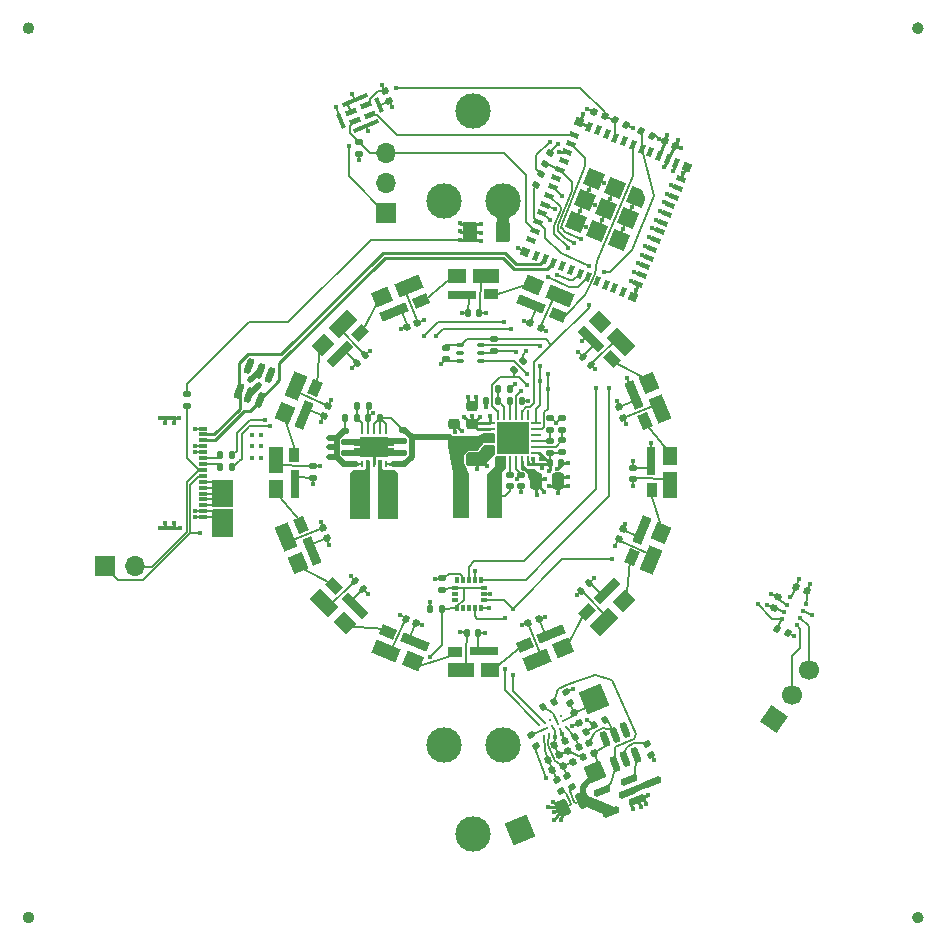
<source format=gtl>
%TF.GenerationSoftware,KiCad,Pcbnew,7.0.8*%
%TF.CreationDate,2023-10-15T21:23:35+02:00*%
%TF.ProjectId,blinkekatze,626c696e-6b65-46b6-9174-7a652e6b6963,rev?*%
%TF.SameCoordinates,Original*%
%TF.FileFunction,Copper,L1,Top*%
%TF.FilePolarity,Positive*%
%FSLAX46Y46*%
G04 Gerber Fmt 4.6, Leading zero omitted, Abs format (unit mm)*
G04 Created by KiCad (PCBNEW 7.0.8) date 2023-10-15 21:23:35*
%MOMM*%
%LPD*%
G01*
G04 APERTURE LIST*
G04 Aperture macros list*
%AMRoundRect*
0 Rectangle with rounded corners*
0 $1 Rounding radius*
0 $2 $3 $4 $5 $6 $7 $8 $9 X,Y pos of 4 corners*
0 Add a 4 corners polygon primitive as box body*
4,1,4,$2,$3,$4,$5,$6,$7,$8,$9,$2,$3,0*
0 Add four circle primitives for the rounded corners*
1,1,$1+$1,$2,$3*
1,1,$1+$1,$4,$5*
1,1,$1+$1,$6,$7*
1,1,$1+$1,$8,$9*
0 Add four rect primitives between the rounded corners*
20,1,$1+$1,$2,$3,$4,$5,0*
20,1,$1+$1,$4,$5,$6,$7,0*
20,1,$1+$1,$6,$7,$8,$9,0*
20,1,$1+$1,$8,$9,$2,$3,0*%
%AMHorizOval*
0 Thick line with rounded ends*
0 $1 width*
0 $2 $3 position (X,Y) of the first rounded end (center of the circle)*
0 $4 $5 position (X,Y) of the second rounded end (center of the circle)*
0 Add line between two ends*
20,1,$1,$2,$3,$4,$5,0*
0 Add two circle primitives to create the rounded ends*
1,1,$1,$2,$3*
1,1,$1,$4,$5*%
%AMRotRect*
0 Rectangle, with rotation*
0 The origin of the aperture is its center*
0 $1 length*
0 $2 width*
0 $3 Rotation angle, in degrees counterclockwise*
0 Add horizontal line*
21,1,$1,$2,0,0,$3*%
%AMOutline4P*
0 Free polygon, 4 corners , with rotation*
0 The origin of the aperture is its center*
0 number of corners: always 4*
0 $1 to $8 corner X, Y*
0 $9 Rotation angle, in degrees counterclockwise*
0 create outline with 4 corners*
4,1,4,$1,$2,$3,$4,$5,$6,$7,$8,$1,$2,$9*%
%AMOutline5P*
0 Free polygon, 5 corners , with rotation*
0 The origin of the aperture is its center*
0 number of corners: always 5*
0 $1 to $10 corner X, Y*
0 $11 Rotation angle, in degrees counterclockwise*
0 create outline with 5 corners*
4,1,5,$1,$2,$3,$4,$5,$6,$7,$8,$9,$10,$1,$2,$11*%
%AMOutline6P*
0 Free polygon, 6 corners , with rotation*
0 The origin of the aperture is its center*
0 number of corners: always 6*
0 $1 to $12 corner X, Y*
0 $13 Rotation angle, in degrees counterclockwise*
0 create outline with 6 corners*
4,1,6,$1,$2,$3,$4,$5,$6,$7,$8,$9,$10,$11,$12,$1,$2,$13*%
%AMOutline7P*
0 Free polygon, 7 corners , with rotation*
0 The origin of the aperture is its center*
0 number of corners: always 7*
0 $1 to $14 corner X, Y*
0 $15 Rotation angle, in degrees counterclockwise*
0 create outline with 7 corners*
4,1,7,$1,$2,$3,$4,$5,$6,$7,$8,$9,$10,$11,$12,$13,$14,$1,$2,$15*%
%AMOutline8P*
0 Free polygon, 8 corners , with rotation*
0 The origin of the aperture is its center*
0 number of corners: always 8*
0 $1 to $16 corner X, Y*
0 $17 Rotation angle, in degrees counterclockwise*
0 create outline with 8 corners*
4,1,8,$1,$2,$3,$4,$5,$6,$7,$8,$9,$10,$11,$12,$13,$14,$15,$16,$1,$2,$17*%
%AMFreePoly0*
4,1,21,-0.125000,1.200000,0.125000,1.200000,0.125000,1.700000,0.375000,1.700000,0.375000,1.200000,0.825000,1.200000,0.825000,-1.200000,0.375000,-1.200000,0.375000,-1.700000,0.125000,-1.700000,0.125000,-1.200000,-0.125000,-1.200000,-0.125000,-1.700000,-0.375000,-1.700000,-0.375000,-1.200000,-0.825000,-1.200000,-0.825000,1.200000,-0.375000,1.200000,-0.375000,1.700000,-0.125000,1.700000,
-0.125000,1.200000,-0.125000,1.200000,$1*%
G04 Aperture macros list end*
%TA.AperFunction,EtchedComponent*%
%ADD10C,0.500000*%
%TD*%
%TA.AperFunction,SMDPad,CuDef*%
%ADD11RoundRect,0.135000X0.222580X-0.053927X0.119255X0.195520X-0.222580X0.053927X-0.119255X-0.195520X0*%
%TD*%
%TA.AperFunction,SMDPad,CuDef*%
%ADD12RoundRect,0.135000X0.119255X-0.195520X0.222580X0.053927X-0.119255X0.195520X-0.222580X-0.053927X0*%
%TD*%
%TA.AperFunction,ComponentPad*%
%ADD13R,1.700000X1.700000*%
%TD*%
%TA.AperFunction,ComponentPad*%
%ADD14O,1.700000X1.700000*%
%TD*%
%TA.AperFunction,SMDPad,CuDef*%
%ADD15RoundRect,0.087500X0.087500X-0.187500X0.087500X0.187500X-0.087500X0.187500X-0.087500X-0.187500X0*%
%TD*%
%TA.AperFunction,SMDPad,CuDef*%
%ADD16RoundRect,0.087500X0.187500X-0.087500X0.187500X0.087500X-0.187500X0.087500X-0.187500X-0.087500X0*%
%TD*%
%TA.AperFunction,SMDPad,CuDef*%
%ADD17RotRect,0.350000X0.350000X247.500000*%
%TD*%
%TA.AperFunction,SMDPad,CuDef*%
%ADD18R,1.200000X3.700000*%
%TD*%
%TA.AperFunction,SMDPad,CuDef*%
%ADD19RoundRect,0.075000X-0.250000X-0.075000X0.250000X-0.075000X0.250000X0.075000X-0.250000X0.075000X0*%
%TD*%
%TA.AperFunction,SMDPad,CuDef*%
%ADD20RotRect,1.300000X0.900000X45.000000*%
%TD*%
%TA.AperFunction,SMDPad,CuDef*%
%ADD21RotRect,2.200000X1.200000X45.000000*%
%TD*%
%TA.AperFunction,SMDPad,CuDef*%
%ADD22RotRect,1.500000X1.300000X45.000000*%
%TD*%
%TA.AperFunction,SMDPad,CuDef*%
%ADD23RotRect,2.400000X0.800000X45.000000*%
%TD*%
%TA.AperFunction,SMDPad,CuDef*%
%ADD24RoundRect,0.135000X0.135000X0.185000X-0.135000X0.185000X-0.135000X-0.185000X0.135000X-0.185000X0*%
%TD*%
%TA.AperFunction,SMDPad,CuDef*%
%ADD25R,1.300000X0.900000*%
%TD*%
%TA.AperFunction,SMDPad,CuDef*%
%ADD26R,2.200000X1.200000*%
%TD*%
%TA.AperFunction,SMDPad,CuDef*%
%ADD27R,1.500000X1.300000*%
%TD*%
%TA.AperFunction,SMDPad,CuDef*%
%ADD28R,2.400000X0.800000*%
%TD*%
%TA.AperFunction,SMDPad,CuDef*%
%ADD29RotRect,1.300000X0.900000X67.500000*%
%TD*%
%TA.AperFunction,SMDPad,CuDef*%
%ADD30RotRect,2.200000X1.200000X67.500000*%
%TD*%
%TA.AperFunction,SMDPad,CuDef*%
%ADD31RotRect,1.500000X1.300000X67.500000*%
%TD*%
%TA.AperFunction,SMDPad,CuDef*%
%ADD32RotRect,2.400000X0.800000X67.500000*%
%TD*%
%TA.AperFunction,SMDPad,CuDef*%
%ADD33RoundRect,0.140000X0.194399X0.103484X-0.064287X0.210635X-0.194399X-0.103484X0.064287X-0.210635X0*%
%TD*%
%TA.AperFunction,SMDPad,CuDef*%
%ADD34RoundRect,0.225000X0.250000X-0.225000X0.250000X0.225000X-0.250000X0.225000X-0.250000X-0.225000X0*%
%TD*%
%TA.AperFunction,SMDPad,CuDef*%
%ADD35RoundRect,0.140000X0.210635X-0.064287X0.103484X0.194399X-0.210635X0.064287X-0.103484X-0.194399X0*%
%TD*%
%TA.AperFunction,SMDPad,CuDef*%
%ADD36RoundRect,0.250000X-0.425000X0.450000X-0.425000X-0.450000X0.425000X-0.450000X0.425000X0.450000X0*%
%TD*%
%TA.AperFunction,SMDPad,CuDef*%
%ADD37RoundRect,0.140000X-0.170000X0.140000X-0.170000X-0.140000X0.170000X-0.140000X0.170000X0.140000X0*%
%TD*%
%TA.AperFunction,SMDPad,CuDef*%
%ADD38RoundRect,0.140000X-0.140000X-0.170000X0.140000X-0.170000X0.140000X0.170000X-0.140000X0.170000X0*%
%TD*%
%TA.AperFunction,SMDPad,CuDef*%
%ADD39RoundRect,0.140000X-0.219203X-0.021213X-0.021213X-0.219203X0.219203X0.021213X0.021213X0.219203X0*%
%TD*%
%TA.AperFunction,SMDPad,CuDef*%
%ADD40RoundRect,0.135000X-0.135000X-0.185000X0.135000X-0.185000X0.135000X0.185000X-0.135000X0.185000X0*%
%TD*%
%TA.AperFunction,SMDPad,CuDef*%
%ADD41RoundRect,0.140000X0.064287X0.210635X-0.194399X0.103484X-0.064287X-0.210635X0.194399X-0.103484X0*%
%TD*%
%TA.AperFunction,SMDPad,CuDef*%
%ADD42RotRect,1.300000X0.900000X22.500000*%
%TD*%
%TA.AperFunction,SMDPad,CuDef*%
%ADD43RotRect,2.200000X1.200000X22.500000*%
%TD*%
%TA.AperFunction,SMDPad,CuDef*%
%ADD44RotRect,1.500000X1.300000X22.500000*%
%TD*%
%TA.AperFunction,SMDPad,CuDef*%
%ADD45RotRect,2.400000X0.800000X22.500000*%
%TD*%
%TA.AperFunction,SMDPad,CuDef*%
%ADD46RoundRect,0.140000X-0.210635X0.064287X-0.103484X-0.194399X0.210635X-0.064287X0.103484X0.194399X0*%
%TD*%
%TA.AperFunction,SMDPad,CuDef*%
%ADD47RoundRect,0.140000X-0.194399X-0.103484X0.064287X-0.210635X0.194399X0.103484X-0.064287X0.210635X0*%
%TD*%
%TA.AperFunction,SMDPad,CuDef*%
%ADD48RoundRect,0.250000X-0.250000X-0.475000X0.250000X-0.475000X0.250000X0.475000X-0.250000X0.475000X0*%
%TD*%
%TA.AperFunction,SMDPad,CuDef*%
%ADD49RoundRect,0.140000X0.021213X-0.219203X0.219203X-0.021213X-0.021213X0.219203X-0.219203X0.021213X0*%
%TD*%
%TA.AperFunction,SMDPad,CuDef*%
%ADD50RoundRect,0.140000X-0.103484X0.194399X-0.210635X-0.064287X0.103484X-0.194399X0.210635X0.064287X0*%
%TD*%
%TA.AperFunction,SMDPad,CuDef*%
%ADD51RoundRect,0.150000X-0.485377X-0.363408X0.600182X0.086245X0.485377X0.363408X-0.600182X-0.086245X0*%
%TD*%
%TA.AperFunction,SMDPad,CuDef*%
%ADD52RoundRect,0.250000X-0.070311X-0.516200X0.414726X-0.315291X0.070311X0.516200X-0.414726X0.315291X0*%
%TD*%
%TA.AperFunction,SMDPad,CuDef*%
%ADD53RoundRect,0.140000X-0.064287X-0.210635X0.194399X-0.103484X0.064287X0.210635X-0.194399X0.103484X0*%
%TD*%
%TA.AperFunction,SMDPad,CuDef*%
%ADD54RoundRect,0.135000X-0.222580X0.053927X-0.119255X-0.195520X0.222580X-0.053927X0.119255X0.195520X0*%
%TD*%
%TA.AperFunction,SMDPad,CuDef*%
%ADD55RoundRect,0.135000X-0.053927X-0.222580X0.195520X-0.119255X0.053927X0.222580X-0.195520X0.119255X0*%
%TD*%
%TA.AperFunction,SMDPad,CuDef*%
%ADD56RoundRect,0.140000X-0.021213X0.219203X-0.219203X0.021213X0.021213X-0.219203X0.219203X-0.021213X0*%
%TD*%
%TA.AperFunction,SMDPad,CuDef*%
%ADD57RoundRect,0.135000X0.185000X-0.135000X0.185000X0.135000X-0.185000X0.135000X-0.185000X-0.135000X0*%
%TD*%
%TA.AperFunction,SMDPad,CuDef*%
%ADD58RoundRect,0.250000X0.375000X0.625000X-0.375000X0.625000X-0.375000X-0.625000X0.375000X-0.625000X0*%
%TD*%
%TA.AperFunction,SMDPad,CuDef*%
%ADD59RoundRect,0.135000X-0.185000X0.135000X-0.185000X-0.135000X0.185000X-0.135000X0.185000X0.135000X0*%
%TD*%
%TA.AperFunction,SMDPad,CuDef*%
%ADD60RotRect,1.300000X0.900000X247.500000*%
%TD*%
%TA.AperFunction,SMDPad,CuDef*%
%ADD61RotRect,2.200000X1.200000X247.500000*%
%TD*%
%TA.AperFunction,SMDPad,CuDef*%
%ADD62RotRect,1.500000X1.300000X247.500000*%
%TD*%
%TA.AperFunction,SMDPad,CuDef*%
%ADD63RotRect,2.400000X0.800000X247.500000*%
%TD*%
%TA.AperFunction,SMDPad,CuDef*%
%ADD64RotRect,1.300000X0.900000X337.500000*%
%TD*%
%TA.AperFunction,SMDPad,CuDef*%
%ADD65RotRect,2.200000X1.200000X337.500000*%
%TD*%
%TA.AperFunction,SMDPad,CuDef*%
%ADD66RotRect,1.500000X1.300000X337.500000*%
%TD*%
%TA.AperFunction,SMDPad,CuDef*%
%ADD67RotRect,2.400000X0.800000X337.500000*%
%TD*%
%TA.AperFunction,SMDPad,CuDef*%
%ADD68RoundRect,0.140000X0.170000X-0.140000X0.170000X0.140000X-0.170000X0.140000X-0.170000X-0.140000X0*%
%TD*%
%TA.AperFunction,SMDPad,CuDef*%
%ADD69RoundRect,0.135000X0.053927X0.222580X-0.195520X0.119255X-0.053927X-0.222580X0.195520X-0.119255X0*%
%TD*%
%TA.AperFunction,SMDPad,CuDef*%
%ADD70RotRect,1.300000X0.900000X202.500000*%
%TD*%
%TA.AperFunction,SMDPad,CuDef*%
%ADD71RotRect,2.200000X1.200000X202.500000*%
%TD*%
%TA.AperFunction,SMDPad,CuDef*%
%ADD72RotRect,1.500000X1.300000X202.500000*%
%TD*%
%TA.AperFunction,SMDPad,CuDef*%
%ADD73RotRect,2.400000X0.800000X202.500000*%
%TD*%
%TA.AperFunction,SMDPad,CuDef*%
%ADD74RoundRect,0.135000X0.195520X0.119255X-0.053927X0.222580X-0.195520X-0.119255X0.053927X-0.222580X0*%
%TD*%
%TA.AperFunction,SMDPad,CuDef*%
%ADD75RoundRect,0.225000X-0.250000X0.225000X-0.250000X-0.225000X0.250000X-0.225000X0.250000X0.225000X0*%
%TD*%
%TA.AperFunction,SMDPad,CuDef*%
%ADD76RoundRect,0.140000X0.140000X0.170000X-0.140000X0.170000X-0.140000X-0.170000X0.140000X-0.170000X0*%
%TD*%
%TA.AperFunction,SMDPad,CuDef*%
%ADD77RoundRect,0.150000X0.334707X-0.416086X-0.057543X0.530891X-0.334707X0.416086X0.057543X-0.530891X0*%
%TD*%
%TA.AperFunction,SMDPad,CuDef*%
%ADD78RotRect,1.300000X0.900000X157.500000*%
%TD*%
%TA.AperFunction,SMDPad,CuDef*%
%ADD79RotRect,2.200000X1.200000X157.500000*%
%TD*%
%TA.AperFunction,SMDPad,CuDef*%
%ADD80RotRect,1.500000X1.300000X157.500000*%
%TD*%
%TA.AperFunction,SMDPad,CuDef*%
%ADD81RotRect,2.400000X0.800000X157.500000*%
%TD*%
%TA.AperFunction,SMDPad,CuDef*%
%ADD82RotRect,0.800000X0.400000X247.500000*%
%TD*%
%TA.AperFunction,SMDPad,CuDef*%
%ADD83RotRect,0.800000X0.400000X337.500000*%
%TD*%
%TA.AperFunction,SMDPad,CuDef*%
%ADD84Outline5P,-0.725000X0.145000X-0.145000X0.725000X0.725000X0.725000X0.725000X-0.725000X-0.725000X-0.725000X247.500000*%
%TD*%
%TA.AperFunction,SMDPad,CuDef*%
%ADD85RotRect,1.450000X1.450000X247.500000*%
%TD*%
%TA.AperFunction,SMDPad,CuDef*%
%ADD86Outline4P,-0.350000X-0.350000X0.350000X-0.350000X0.350000X0.350000X-0.350000X0.350000X247.500000*%
%TD*%
%TA.AperFunction,SMDPad,CuDef*%
%ADD87RotRect,1.300000X0.900000X225.000000*%
%TD*%
%TA.AperFunction,SMDPad,CuDef*%
%ADD88RotRect,2.200000X1.200000X225.000000*%
%TD*%
%TA.AperFunction,SMDPad,CuDef*%
%ADD89RotRect,1.500000X1.300000X225.000000*%
%TD*%
%TA.AperFunction,SMDPad,CuDef*%
%ADD90RotRect,2.400000X0.800000X225.000000*%
%TD*%
%TA.AperFunction,SMDPad,CuDef*%
%ADD91RotRect,1.500000X1.500000X22.500000*%
%TD*%
%TA.AperFunction,SMDPad,CuDef*%
%ADD92R,0.240000X0.600000*%
%TD*%
%TA.AperFunction,ComponentPad*%
%ADD93C,0.600000*%
%TD*%
%TA.AperFunction,SMDPad,CuDef*%
%ADD94FreePoly0,90.000000*%
%TD*%
%TA.AperFunction,SMDPad,CuDef*%
%ADD95RoundRect,0.135000X-0.119255X0.195520X-0.222580X-0.053927X0.119255X-0.195520X0.222580X0.053927X0*%
%TD*%
%TA.AperFunction,SMDPad,CuDef*%
%ADD96RotRect,1.300000X0.900000X292.500000*%
%TD*%
%TA.AperFunction,SMDPad,CuDef*%
%ADD97RotRect,2.200000X1.200000X292.500000*%
%TD*%
%TA.AperFunction,SMDPad,CuDef*%
%ADD98RotRect,1.500000X1.300000X292.500000*%
%TD*%
%TA.AperFunction,SMDPad,CuDef*%
%ADD99RotRect,2.400000X0.800000X292.500000*%
%TD*%
%TA.AperFunction,SMDPad,CuDef*%
%ADD100RotRect,1.300000X0.900000X135.000000*%
%TD*%
%TA.AperFunction,SMDPad,CuDef*%
%ADD101RotRect,2.200000X1.200000X135.000000*%
%TD*%
%TA.AperFunction,SMDPad,CuDef*%
%ADD102RotRect,1.500000X1.300000X135.000000*%
%TD*%
%TA.AperFunction,SMDPad,CuDef*%
%ADD103RotRect,2.400000X0.800000X135.000000*%
%TD*%
%TA.AperFunction,SMDPad,CuDef*%
%ADD104R,0.650000X0.300000*%
%TD*%
%TA.AperFunction,SMDPad,CuDef*%
%ADD105R,1.150000X0.300000*%
%TD*%
%TA.AperFunction,SMDPad,CuDef*%
%ADD106RoundRect,0.062500X0.350000X0.062500X-0.350000X0.062500X-0.350000X-0.062500X0.350000X-0.062500X0*%
%TD*%
%TA.AperFunction,SMDPad,CuDef*%
%ADD107RoundRect,0.062500X0.062500X0.350000X-0.062500X0.350000X-0.062500X-0.350000X0.062500X-0.350000X0*%
%TD*%
%TA.AperFunction,SMDPad,CuDef*%
%ADD108R,2.700000X2.700000*%
%TD*%
%TA.AperFunction,SMDPad,CuDef*%
%ADD109R,0.900000X1.300000*%
%TD*%
%TA.AperFunction,SMDPad,CuDef*%
%ADD110R,1.200000X2.200000*%
%TD*%
%TA.AperFunction,SMDPad,CuDef*%
%ADD111R,1.300000X1.500000*%
%TD*%
%TA.AperFunction,SMDPad,CuDef*%
%ADD112R,0.800000X2.400000*%
%TD*%
%TA.AperFunction,SMDPad,CuDef*%
%ADD113RoundRect,0.140000X0.103484X-0.194399X0.210635X0.064287X-0.103484X0.194399X-0.210635X-0.064287X0*%
%TD*%
%TA.AperFunction,ComponentPad*%
%ADD114RotRect,1.700000X1.700000X145.000000*%
%TD*%
%TA.AperFunction,ComponentPad*%
%ADD115HorizOval,1.700000X0.000000X0.000000X0.000000X0.000000X0*%
%TD*%
%TA.AperFunction,SMDPad,CuDef*%
%ADD116RoundRect,0.140000X0.219203X0.021213X0.021213X0.219203X-0.219203X-0.021213X-0.021213X-0.219203X0*%
%TD*%
%TA.AperFunction,SMDPad,CuDef*%
%ADD117C,0.245000*%
%TD*%
%TA.AperFunction,SMDPad,CuDef*%
%ADD118RotRect,0.450000X0.950000X112.500000*%
%TD*%
%TA.AperFunction,SMDPad,CuDef*%
%ADD119RotRect,0.350000X2.300000X112.500000*%
%TD*%
%TA.AperFunction,SMDPad,CuDef*%
%ADD120RotRect,1.300000X0.350000X112.500000*%
%TD*%
%TA.AperFunction,SMDPad,CuDef*%
%ADD121RoundRect,0.135000X0.035355X-0.226274X0.226274X-0.035355X-0.035355X0.226274X-0.226274X0.035355X0*%
%TD*%
%TA.AperFunction,SMDPad,CuDef*%
%ADD122RotRect,2.000000X2.000000X22.500000*%
%TD*%
%TA.AperFunction,SMDPad,CuDef*%
%ADD123RoundRect,0.150000X-0.057543X-0.530891X0.334707X0.416086X0.057543X0.530891X-0.334707X-0.416086X0*%
%TD*%
%TA.AperFunction,SMDPad,CuDef*%
%ADD124RotRect,1.300000X0.900000X315.000000*%
%TD*%
%TA.AperFunction,SMDPad,CuDef*%
%ADD125RotRect,2.200000X1.200000X315.000000*%
%TD*%
%TA.AperFunction,SMDPad,CuDef*%
%ADD126RotRect,1.500000X1.300000X315.000000*%
%TD*%
%TA.AperFunction,SMDPad,CuDef*%
%ADD127RotRect,2.400000X0.800000X315.000000*%
%TD*%
%TA.AperFunction,SMDPad,CuDef*%
%ADD128RotRect,1.300000X0.900000X112.500000*%
%TD*%
%TA.AperFunction,SMDPad,CuDef*%
%ADD129RotRect,2.200000X1.200000X112.500000*%
%TD*%
%TA.AperFunction,SMDPad,CuDef*%
%ADD130RotRect,1.500000X1.300000X112.500000*%
%TD*%
%TA.AperFunction,SMDPad,CuDef*%
%ADD131RotRect,2.400000X0.800000X112.500000*%
%TD*%
%TA.AperFunction,ComponentPad*%
%ADD132C,3.000000*%
%TD*%
%TA.AperFunction,ViaPad*%
%ADD133C,0.450000*%
%TD*%
%TA.AperFunction,Conductor*%
%ADD134C,0.127000*%
%TD*%
%TA.AperFunction,Conductor*%
%ADD135C,0.500000*%
%TD*%
%TA.AperFunction,Conductor*%
%ADD136C,0.250000*%
%TD*%
%TA.AperFunction,Conductor*%
%ADD137C,0.280000*%
%TD*%
%TA.AperFunction,Conductor*%
%ADD138C,1.000000*%
%TD*%
G04 APERTURE END LIST*
%TO.C,REF\u002A\u002A*%
D10*
X62600000Y-137650000D02*
G75*
G03*
X62600000Y-137650000I-250000J0D01*
G01*
X62600000Y-62350000D02*
G75*
G03*
X62600000Y-62350000I-250000J0D01*
G01*
X137900000Y-62350000D02*
G75*
G03*
X137900000Y-62350000I-250000J0D01*
G01*
X137900000Y-137650000D02*
G75*
G03*
X137900000Y-137650000I-250000J0D01*
G01*
%TD*%
D11*
%TO.P,R6,1*%
%TO.N,Net-(Q1-S)*%
X108354952Y-126567013D03*
%TO.P,R6,2*%
%TO.N,Net-(U2-SRN)*%
X107964614Y-125624655D03*
%TD*%
D12*
%TO.P,R23,1*%
%TO.N,Net-(U1-IO10)*%
X106109662Y-73842358D03*
%TO.P,R23,2*%
%TO.N,GND*%
X106500000Y-72900000D03*
%TD*%
D13*
%TO.P,J2,1,Pin_1*%
%TO.N,/Logic/EN*%
X92600000Y-78030000D03*
D14*
%TO.P,J2,2,Pin_2*%
%TO.N,GND*%
X92600000Y-75490000D03*
%TO.P,J2,3,Pin_3*%
%TO.N,/Logic/IO9*%
X92600000Y-72950000D03*
%TD*%
D15*
%TO.P,U10,1,VDD_IO*%
%TO.N,+3V3*%
X98658209Y-111478945D03*
%TO.P,U10,2,NC*%
%TO.N,unconnected-(U10-NC-Pad2)*%
X99158209Y-111478945D03*
%TO.P,U10,3,NC*%
%TO.N,unconnected-(U10-NC-Pad3)*%
X99658209Y-111478945D03*
%TO.P,U10,4,SCL/SPC*%
%TO.N,/Battery/SCL*%
X100158209Y-111478945D03*
%TO.P,U10,5,GND*%
%TO.N,GND*%
X100658209Y-111478945D03*
D16*
%TO.P,U10,6,SDA/SDI/SDO*%
%TO.N,/Battery/SDA*%
X100883209Y-110753945D03*
%TO.P,U10,7,SDO/SA0*%
%TO.N,GND*%
X100883209Y-110253945D03*
%TO.P,U10,8,CS*%
%TO.N,+3V3*%
X100883209Y-109753945D03*
D15*
%TO.P,U10,9,INT2*%
%TO.N,Net-(U1-IO6)*%
X100658209Y-109028945D03*
%TO.P,U10,10,GND*%
%TO.N,GND*%
X100158209Y-109028945D03*
%TO.P,U10,11,INT1*%
%TO.N,Net-(U1-IO7)*%
X99658209Y-109028945D03*
%TO.P,U10,12,GND*%
%TO.N,GND*%
X99158209Y-109028945D03*
%TO.P,U10,13,ADC3*%
%TO.N,unconnected-(U10-ADC3-Pad13)*%
X98658209Y-109028945D03*
D16*
%TO.P,U10,14,VDD*%
%TO.N,+3V3*%
X98433209Y-109753945D03*
%TO.P,U10,15,ADC2*%
%TO.N,unconnected-(U10-ADC2-Pad15)*%
X98433209Y-110253945D03*
%TO.P,U10,16,ADC1*%
%TO.N,unconnected-(U10-ADC1-Pad16)*%
X98433209Y-110753945D03*
%TD*%
D17*
%TO.P,U5,1,GND*%
%TO.N,GND*%
X128197488Y-111098957D03*
%TO.P,U5,2,CSB*%
%TO.N,+3V3*%
X127948744Y-111699479D03*
%TO.P,U5,3,SDA*%
%TO.N,/Battery/SDA*%
X127700000Y-112300000D03*
%TO.P,U5,4,SCK*%
%TO.N,/Battery/SCL*%
X127451255Y-112900522D03*
%TO.P,U5,5,SDO*%
%TO.N,Net-(U1-IO4)*%
X126111630Y-112345631D03*
%TO.P,U5,6,VDDIO*%
%TO.N,+3V3*%
X126360374Y-111745109D03*
%TO.P,U5,7,GND*%
%TO.N,GND*%
X126609118Y-111144588D03*
%TO.P,U5,8,VDD*%
%TO.N,+3V3*%
X126857863Y-110544066D03*
%TD*%
D18*
%TO.P,L4,1*%
%TO.N,Net-(U9-L1)*%
X93000000Y-102045001D03*
%TO.P,L4,2*%
%TO.N,Net-(U9-L2)*%
X90200000Y-102045001D03*
%TD*%
D19*
%TO.P,U7,1,VDD*%
%TO.N,+3V3*%
X98850003Y-89199996D03*
%TO.P,U7,2,NC*%
%TO.N,unconnected-(U7-NC-Pad2)*%
X98850003Y-89849996D03*
%TO.P,U7,3,GND*%
%TO.N,GND*%
X98850003Y-90499996D03*
%TO.P,U7,4,SCL*%
%TO.N,/Battery/SCL*%
X100650003Y-90499996D03*
%TO.P,U7,5,INT*%
%TO.N,Net-(U1-IO5)*%
X100650003Y-89849996D03*
%TO.P,U7,6,SDA*%
%TO.N,/Battery/SDA*%
X100650003Y-89199996D03*
%TD*%
D20*
%TO.P,D15,1,DIN*%
%TO.N,Net-(D14-DOUT)*%
X90411701Y-88190381D03*
D21*
%TO.P,D15,2,VDD*%
%TO.N,/Charger/VLED*%
X88997487Y-87412563D03*
D22*
%TO.P,D15,3,DOUT*%
%TO.N,Net-(D15-DOUT)*%
X87300431Y-89180330D03*
D23*
%TO.P,D15,4,VSS*%
%TO.N,GND*%
X88714645Y-89958148D03*
%TD*%
D24*
%TO.P,R14,1*%
%TO.N,Net-(U8-TS)*%
X102122502Y-93900000D03*
%TO.P,R14,2*%
%TO.N,GND*%
X101102502Y-93900000D03*
%TD*%
D25*
%TO.P,D13,1,DIN*%
%TO.N,Net-(D12-DOUT)*%
X101500000Y-84850000D03*
D26*
%TO.P,D13,2,VDD*%
%TO.N,/Charger/VLED*%
X101050000Y-83300000D03*
D27*
%TO.P,D13,3,DOUT*%
%TO.N,Net-(D13-DOUT)*%
X98600000Y-83350000D03*
D28*
%TO.P,D13,4,VSS*%
%TO.N,GND*%
X99050000Y-84900000D03*
%TD*%
D29*
%TO.P,D16,1,DIN*%
%TO.N,Net-(D15-DOUT)*%
X86609323Y-92789462D03*
D30*
%TO.P,D16,2,VDD*%
%TO.N,/Charger/VLED*%
X85005102Y-92612048D03*
D31*
%TO.P,D16,3,DOUT*%
%TO.N,Net-(D1-DIN)*%
X84113721Y-94894687D03*
D32*
%TO.P,D16,4,VSS*%
%TO.N,GND*%
X85717942Y-95072101D03*
%TD*%
D33*
%TO.P,C5,1*%
%TO.N,GND*%
X95186924Y-112707376D03*
%TO.P,C5,2*%
%TO.N,/Charger/VLED*%
X94300000Y-112340000D03*
%TD*%
D34*
%TO.P,C32,1*%
%TO.N,/Battery/BAT+*%
X99912503Y-95874998D03*
%TO.P,C32,2*%
%TO.N,GND*%
X99912503Y-94324998D03*
%TD*%
D35*
%TO.P,C26,1*%
%TO.N,Net-(Q1-S)*%
X110217376Y-123736924D03*
%TO.P,C26,2*%
%TO.N,Net-(U4-VDD)*%
X109850000Y-122850000D03*
%TD*%
D36*
%TO.P,C17,1*%
%TO.N,VBUS*%
X78800000Y-101750000D03*
%TO.P,C17,2*%
%TO.N,GND*%
X78800000Y-104450000D03*
%TD*%
D37*
%TO.P,C72,1*%
%TO.N,GND*%
X94099999Y-98284999D03*
%TO.P,C72,2*%
%TO.N,/Charger/VSYS*%
X94099999Y-99244999D03*
%TD*%
D38*
%TO.P,C73,1*%
%TO.N,GND*%
X91140000Y-95344996D03*
%TO.P,C73,2*%
%TO.N,/Charger/VSYS*%
X92100000Y-95344996D03*
%TD*%
D39*
%TO.P,C12,1*%
%TO.N,GND*%
X109270589Y-90170589D03*
%TO.P,C12,2*%
%TO.N,/Charger/VLED*%
X109949411Y-90849411D03*
%TD*%
D37*
%TO.P,C74,1*%
%TO.N,GND*%
X89140001Y-98285001D03*
%TO.P,C74,2*%
%TO.N,+3V3*%
X89140001Y-99245001D03*
%TD*%
D40*
%TO.P,R19,1*%
%TO.N,/Logic/LED2*%
X78579999Y-99500000D03*
%TO.P,R19,2*%
%TO.N,Net-(U1-TXD0)*%
X79599999Y-99500000D03*
%TD*%
D41*
%TO.P,C20,1*%
%TO.N,GND1*%
X107252823Y-123906239D03*
%TO.P,C20,2*%
%TO.N,Net-(U2-SRP)*%
X106365899Y-124273615D03*
%TD*%
D42*
%TO.P,D14,1,DIN*%
%TO.N,Net-(D13-DOUT)*%
X95561100Y-85411272D03*
D43*
%TO.P,D14,2,VDD*%
%TO.N,/Charger/VLED*%
X94552195Y-84151467D03*
D44*
%TO.P,D14,3,DOUT*%
%TO.N,Net-(D14-DOUT)*%
X92307824Y-85135235D03*
D45*
%TO.P,D14,4,VSS*%
%TO.N,GND*%
X93316730Y-86395041D03*
%TD*%
D46*
%TO.P,C68,1*%
%TO.N,+3V3*%
X92516313Y-67656537D03*
%TO.P,C68,2*%
%TO.N,GND*%
X92883689Y-68543461D03*
%TD*%
D47*
%TO.P,C13,1*%
%TO.N,GND*%
X104826538Y-87346312D03*
%TO.P,C13,2*%
%TO.N,/Charger/VLED*%
X105713462Y-87713688D03*
%TD*%
D48*
%TO.P,C28,1*%
%TO.N,/Charger/VLED*%
X105312502Y-100725001D03*
%TO.P,C28,2*%
%TO.N,GND*%
X107212502Y-100725001D03*
%TD*%
D49*
%TO.P,C16,1*%
%TO.N,GND*%
X90190589Y-90679411D03*
%TO.P,C16,2*%
%TO.N,/Charger/VLED*%
X90869411Y-90000589D03*
%TD*%
D50*
%TO.P,C9,1*%
%TO.N,GND*%
X112713688Y-104736538D03*
%TO.P,C9,2*%
%TO.N,/Charger/VLED*%
X112346312Y-105623462D03*
%TD*%
D51*
%TO.P,Q1,1,G*%
%TO.N,Net-(Q1-G)*%
X110904177Y-126939846D03*
%TO.P,Q1,2,S*%
%TO.N,Net-(Q1-S)*%
X111631275Y-128695217D03*
%TO.P,Q1,3,D*%
%TO.N,Net-(Q1-D)*%
X113000000Y-127100000D03*
%TD*%
D52*
%TO.P,R4,1*%
%TO.N,GND1*%
X107604997Y-128382178D03*
%TO.P,R4,2*%
%TO.N,Net-(Q1-S)*%
X109291077Y-127683780D03*
%TD*%
D53*
%TO.P,C21,1*%
%TO.N,Net-(U2-SRP)*%
X106710970Y-125158954D03*
%TO.P,C21,2*%
%TO.N,Net-(U2-SRN)*%
X107597894Y-124791578D03*
%TD*%
D40*
%TO.P,R48,1*%
%TO.N,+3V3*%
X89190004Y-95345001D03*
%TO.P,R48,2*%
%TO.N,Net-(U9-FB)*%
X90210004Y-95345001D03*
%TD*%
D54*
%TO.P,R9,1*%
%TO.N,Net-(U2-TS)*%
X104910294Y-122170565D03*
%TO.P,R9,2*%
%TO.N,Net-(U2-VCC)*%
X105300632Y-123112923D03*
%TD*%
D55*
%TO.P,R11,1*%
%TO.N,+BATT*%
X110228821Y-121345169D03*
%TO.P,R11,2*%
%TO.N,Net-(U4-VDD)*%
X111171179Y-120954831D03*
%TD*%
D46*
%TO.P,C23,1*%
%TO.N,Net-(U2-BAT)*%
X108571915Y-120296683D03*
%TO.P,C23,2*%
%TO.N,GND1*%
X108939291Y-121183607D03*
%TD*%
D13*
%TO.P,J1,1,Pin_1*%
%TO.N,/Charger/PWR_ON*%
X68850000Y-107900000D03*
D14*
%TO.P,J1,2,Pin_2*%
%TO.N,/USB/VBAT*%
X71390000Y-107900000D03*
%TD*%
D34*
%TO.P,C31,1*%
%TO.N,/Charger/VSYS*%
X98412503Y-97374999D03*
%TO.P,C31,2*%
%TO.N,GND*%
X98412503Y-95824999D03*
%TD*%
D56*
%TO.P,C8,1*%
%TO.N,GND*%
X109829411Y-109310589D03*
%TO.P,C8,2*%
%TO.N,/Charger/VLED*%
X109150589Y-109989411D03*
%TD*%
D57*
%TO.P,R15,1*%
%TO.N,Net-(U8-D+)*%
X107512504Y-96395000D03*
%TO.P,R15,2*%
%TO.N,GND*%
X107512504Y-95375000D03*
%TD*%
D58*
%TO.P,F1,1*%
%TO.N,+BATT*%
X102550000Y-79600000D03*
%TO.P,F1,2*%
%TO.N,/Battery/BAT+*%
X99750000Y-79600000D03*
%TD*%
D59*
%TO.P,R22,1*%
%TO.N,+3V3*%
X101800005Y-88689996D03*
%TO.P,R22,2*%
%TO.N,Net-(U1-IO5)*%
X101800005Y-89709996D03*
%TD*%
D41*
%TO.P,C7,1*%
%TO.N,GND*%
X105566924Y-112342624D03*
%TO.P,C7,2*%
%TO.N,/Charger/VLED*%
X104680000Y-112710000D03*
%TD*%
D60*
%TO.P,D8,1,DIN*%
%TO.N,Net-(D7-DOUT)*%
X113440677Y-107160538D03*
D61*
%TO.P,D8,2,VDD*%
%TO.N,/Charger/VLED*%
X115044898Y-107337952D03*
D62*
%TO.P,D8,3,DOUT*%
%TO.N,Net-(D8-DOUT)*%
X115936279Y-105055313D03*
D63*
%TO.P,D8,4,VSS*%
%TO.N,GND*%
X114332058Y-104877899D03*
%TD*%
D64*
%TO.P,D12,1,DIN*%
%TO.N,/LEDs/DIN*%
X107210538Y-86609323D03*
D65*
%TO.P,D12,2,VDD*%
%TO.N,/Charger/VLED*%
X107387952Y-85005102D03*
D66*
%TO.P,D12,3,DOUT*%
%TO.N,Net-(D12-DOUT)*%
X105105313Y-84113721D03*
D67*
%TO.P,D12,4,VSS*%
%TO.N,GND*%
X104927899Y-85717942D03*
%TD*%
D38*
%TO.P,C14,1*%
%TO.N,GND*%
X99540000Y-86460000D03*
%TO.P,C14,2*%
%TO.N,/Charger/VLED*%
X100500000Y-86460000D03*
%TD*%
D68*
%TO.P,C2,1*%
%TO.N,GND*%
X86450000Y-100410000D03*
%TO.P,C2,2*%
%TO.N,/Charger/VLED*%
X86450000Y-99450000D03*
%TD*%
D69*
%TO.P,R12,1*%
%TO.N,Net-(Q1-G)*%
X106863761Y-119413107D03*
%TO.P,R12,2*%
%TO.N,/Battery/DSG*%
X105921403Y-119803445D03*
%TD*%
D70*
%TO.P,D6,1,DIN*%
%TO.N,Net-(D5-DOUT)*%
X104388900Y-114588728D03*
D71*
%TO.P,D6,2,VDD*%
%TO.N,/Charger/VLED*%
X105397805Y-115848533D03*
D72*
%TO.P,D6,3,DOUT*%
%TO.N,Net-(D6-DOUT)*%
X107642176Y-114864765D03*
D73*
%TO.P,D6,4,VSS*%
%TO.N,GND*%
X106633270Y-113604959D03*
%TD*%
D68*
%TO.P,C71,1*%
%TO.N,GND*%
X94100001Y-97325000D03*
%TO.P,C71,2*%
%TO.N,/Charger/VSYS*%
X94100001Y-96365000D03*
%TD*%
D74*
%TO.P,R46,1*%
%TO.N,+3V3*%
X115142358Y-71440338D03*
%TO.P,R46,2*%
%TO.N,/Battery/SCL*%
X114200000Y-71050000D03*
%TD*%
D75*
%TO.P,C30,1*%
%TO.N,/Charger/VSYS*%
X99912502Y-97325000D03*
%TO.P,C30,2*%
%TO.N,GND*%
X99912502Y-98875000D03*
%TD*%
D57*
%TO.P,R18,1*%
%TO.N,VBUS*%
X106512500Y-98315000D03*
%TO.P,R18,2*%
%TO.N,Net-(U8-D-)*%
X106512500Y-97295000D03*
%TD*%
D76*
%TO.P,C6,1*%
%TO.N,GND*%
X100410000Y-113530000D03*
%TO.P,C6,2*%
%TO.N,/Charger/VLED*%
X99450000Y-113530000D03*
%TD*%
D77*
%TO.P,U4,1,DO*%
%TO.N,Net-(Q1-G)*%
X111994629Y-124627097D03*
%TO.P,U4,2,VM*%
%TO.N,Net-(U4-VM)*%
X112872314Y-124263548D03*
%TO.P,U4,3,CO*%
%TO.N,Net-(Q2-G)*%
X113750000Y-123899999D03*
%TO.P,U4,4,NC*%
%TO.N,unconnected-(U4-NC-Pad4)*%
X112879395Y-121798173D03*
%TO.P,U4,5,VDD*%
%TO.N,Net-(U4-VDD)*%
X112001710Y-122161722D03*
%TO.P,U4,6,VSS*%
%TO.N,Net-(Q1-S)*%
X111124024Y-122525271D03*
%TD*%
D78*
%TO.P,D4,1,DIN*%
%TO.N,Net-(D3-DOUT)*%
X92789462Y-113440677D03*
D79*
%TO.P,D4,2,VDD*%
%TO.N,/Charger/VLED*%
X92612048Y-115044898D03*
D80*
%TO.P,D4,3,DOUT*%
%TO.N,Net-(D4-DOUT)*%
X94894687Y-115936279D03*
D81*
%TO.P,D4,4,VSS*%
%TO.N,GND*%
X95072101Y-114332058D03*
%TD*%
D82*
%TO.P,U1,1,GND*%
%TO.N,GND*%
X117218479Y-73764617D03*
%TO.P,U1,2,GND*%
X116479376Y-73458471D03*
%TO.P,U1,3,3V3*%
%TO.N,+3V3*%
X115740272Y-73152324D03*
%TO.P,U1,4*%
%TO.N,N/C*%
X115001169Y-72846177D03*
%TO.P,U1,5,IO2*%
%TO.N,/Battery/SCL*%
X114262065Y-72540031D03*
%TO.P,U1,6,IO3*%
%TO.N,/LEDs/DIN*%
X113522961Y-72233884D03*
%TO.P,U1,7*%
%TO.N,N/C*%
X112783858Y-71927737D03*
%TO.P,U1,8,EN*%
%TO.N,/Logic/EN*%
X112044754Y-71621590D03*
%TO.P,U1,9*%
%TO.N,N/C*%
X111305650Y-71315444D03*
%TO.P,U1,10*%
X110566547Y-71009297D03*
%TO.P,U1,11,GND*%
%TO.N,GND*%
X109827443Y-70703150D03*
D83*
%TO.P,U1,12,IO0*%
%TO.N,Net-(U1-IO0)*%
X108575000Y-71375002D03*
%TO.P,U1,13,IO1*%
%TO.N,/Charger/~{CHARGE_ENABLE}*%
X108268853Y-72114106D03*
%TO.P,U1,14,GND*%
%TO.N,GND*%
X107962706Y-72853210D03*
%TO.P,U1,15*%
%TO.N,N/C*%
X107656560Y-73592313D03*
%TO.P,U1,16,IO10*%
%TO.N,Net-(U1-IO10)*%
X107350413Y-74331417D03*
%TO.P,U1,17*%
%TO.N,N/C*%
X107044266Y-75070521D03*
%TO.P,U1,18,IO4*%
%TO.N,Net-(U1-IO4)*%
X106738119Y-75809624D03*
%TO.P,U1,19,IO5*%
%TO.N,Net-(U1-IO5)*%
X106431973Y-76548728D03*
%TO.P,U1,20,IO6*%
%TO.N,Net-(U1-IO6)*%
X106125826Y-77287831D03*
%TO.P,U1,21,IO7*%
%TO.N,Net-(U1-IO7)*%
X105819679Y-78026935D03*
%TO.P,U1,22,IO8*%
%TO.N,/Battery/SDA*%
X105513532Y-78766039D03*
%TO.P,U1,23,IO9*%
%TO.N,/Logic/IO9*%
X105207386Y-79505142D03*
%TO.P,U1,24*%
%TO.N,N/C*%
X104901239Y-80244246D03*
D82*
%TO.P,U1,25*%
X105311779Y-81604929D03*
%TO.P,U1,26,IO18/D-*%
%TO.N,/Logic/USB_D-*%
X106050882Y-81911075D03*
%TO.P,U1,27,IO19/D+*%
%TO.N,/Logic/USB_D+*%
X106789986Y-82217222D03*
%TO.P,U1,28*%
%TO.N,N/C*%
X107529089Y-82523369D03*
%TO.P,U1,29*%
X108268193Y-82829515D03*
%TO.P,U1,30,RXD0*%
%TO.N,Net-(U1-RXD0)*%
X109007297Y-83135662D03*
%TO.P,U1,31,TXD0*%
%TO.N,Net-(U1-TXD0)*%
X109746400Y-83441809D03*
%TO.P,U1,32*%
%TO.N,N/C*%
X110485504Y-83747956D03*
%TO.P,U1,33*%
X111224608Y-84054102D03*
%TO.P,U1,34*%
X111963711Y-84360249D03*
%TO.P,U1,35*%
X112702815Y-84666396D03*
D83*
%TO.P,U1,36,GND*%
%TO.N,GND*%
X113955258Y-83994544D03*
%TO.P,U1,37,GND*%
X114261405Y-83255440D03*
%TO.P,U1,38,GND*%
X114567552Y-82516336D03*
%TO.P,U1,39,GND*%
X114873698Y-81777233D03*
%TO.P,U1,40,GND*%
X115179845Y-81038129D03*
%TO.P,U1,41,GND*%
X115485992Y-80299025D03*
%TO.P,U1,42,GND*%
X115792139Y-79559922D03*
%TO.P,U1,43,GND*%
X116098285Y-78820818D03*
%TO.P,U1,44,GND*%
X116404432Y-78081715D03*
%TO.P,U1,45,GND*%
X116710579Y-77342611D03*
%TO.P,U1,46,GND*%
X117016726Y-76603507D03*
%TO.P,U1,47,GND*%
X117322872Y-75864404D03*
%TO.P,U1,48,GND*%
X117629019Y-75125300D03*
D84*
%TO.P,U1,49,GND*%
X113845591Y-76615911D03*
D85*
X112020929Y-75860111D03*
X110196267Y-75104311D03*
X113089791Y-78440573D03*
X111265129Y-77684773D03*
X109440467Y-76928973D03*
X112333991Y-80265235D03*
X110509329Y-79509435D03*
X108684667Y-78753635D03*
D86*
%TO.P,U1,50,GND*%
X113561366Y-85076139D03*
%TO.P,U1,51,GND*%
X104414959Y-81287573D03*
%TO.P,U1,52,GND*%
X108968892Y-70293407D03*
%TO.P,U1,53,GND*%
X118115299Y-74081973D03*
%TD*%
D69*
%TO.P,R10,1*%
%TO.N,+BATT*%
X109531569Y-121934078D03*
%TO.P,R10,2*%
%TO.N,Net-(U2-REGIN)*%
X108589211Y-122324416D03*
%TD*%
D87*
%TO.P,D7,1,DIN*%
%TO.N,Net-(D6-DOUT)*%
X109638299Y-111809619D03*
D88*
%TO.P,D7,2,VDD*%
%TO.N,/Charger/VLED*%
X111052513Y-112587437D03*
D89*
%TO.P,D7,3,DOUT*%
%TO.N,Net-(D7-DOUT)*%
X112749569Y-110819670D03*
D90*
%TO.P,D7,4,VSS*%
%TO.N,GND*%
X111335355Y-110041852D03*
%TD*%
D47*
%TO.P,C70,1*%
%TO.N,+3V3*%
X127361097Y-109638605D03*
%TO.P,C70,2*%
%TO.N,GND*%
X128248021Y-110005981D03*
%TD*%
D91*
%TO.P,TP5,1,1*%
%TO.N,Net-(Q1-S)*%
X110288260Y-125354900D03*
%TD*%
D37*
%TO.P,C67,1*%
%TO.N,+3V3*%
X97710004Y-89400000D03*
%TO.P,C67,2*%
%TO.N,GND*%
X97710004Y-90360000D03*
%TD*%
D68*
%TO.P,C27,1*%
%TO.N,Net-(C27-Pad1)*%
X103112500Y-101105001D03*
%TO.P,C27,2*%
%TO.N,Net-(U8-BTST)*%
X103112500Y-100145001D03*
%TD*%
D92*
%TO.P,U9,1,VOUT*%
%TO.N,+3V3*%
X90600000Y-99245002D03*
%TO.P,U9,2,L2*%
%TO.N,Net-(U9-L2)*%
X91100000Y-99245002D03*
%TO.P,U9,3,PGND*%
%TO.N,GND*%
X91600000Y-99245002D03*
%TO.P,U9,4,L1*%
%TO.N,Net-(U9-L1)*%
X92100000Y-99245002D03*
%TO.P,U9,5,VIN*%
%TO.N,/Charger/VSYS*%
X92600000Y-99245002D03*
%TO.P,U9,6,EN*%
X92600000Y-96445002D03*
%TO.P,U9,7,PS/SYNC*%
X92100000Y-96445002D03*
%TO.P,U9,8,VINA*%
X91600000Y-96445002D03*
%TO.P,U9,9,GND*%
%TO.N,GND*%
X91100000Y-96445002D03*
%TO.P,U9,10,FB*%
%TO.N,Net-(U9-FB)*%
X90600000Y-96445002D03*
D93*
%TO.P,U9,11,PGND*%
%TO.N,GND*%
X91600000Y-98345002D03*
X90700000Y-97845002D03*
D94*
X91600000Y-97845002D03*
D93*
X92500000Y-97845002D03*
X91600000Y-97345002D03*
%TD*%
D53*
%TO.P,C15,1*%
%TO.N,GND*%
X94386538Y-87653688D03*
%TO.P,C15,2*%
%TO.N,/Charger/VLED*%
X95273462Y-87286312D03*
%TD*%
D95*
%TO.P,R45,1*%
%TO.N,+3V3*%
X105745169Y-74678821D03*
%TO.P,R45,2*%
%TO.N,/Battery/SDA*%
X105354831Y-75621179D03*
%TD*%
D54*
%TO.P,R7,1*%
%TO.N,+BATT*%
X107852470Y-118559789D03*
%TO.P,R7,2*%
%TO.N,Net-(U2-BAT)*%
X108242808Y-119502147D03*
%TD*%
D96*
%TO.P,D10,1,DIN*%
%TO.N,Net-(D10-DIN)*%
X114588728Y-95611100D03*
D97*
%TO.P,D10,2,VDD*%
%TO.N,/Charger/VLED*%
X115848533Y-94602195D03*
D98*
%TO.P,D10,3,DOUT*%
%TO.N,Net-(D10-DOUT)*%
X114864765Y-92357824D03*
D99*
%TO.P,D10,4,VSS*%
%TO.N,GND*%
X113604959Y-93366730D03*
%TD*%
D100*
%TO.P,D3,1,DIN*%
%TO.N,Net-(D2-DOUT)*%
X88190381Y-109588299D03*
D101*
%TO.P,D3,2,VDD*%
%TO.N,/Charger/VLED*%
X87412563Y-111002513D03*
D102*
%TO.P,D3,3,DOUT*%
%TO.N,Net-(D3-DOUT)*%
X89180330Y-112699569D03*
D103*
%TO.P,D3,4,VSS*%
%TO.N,GND*%
X89958148Y-111285355D03*
%TD*%
D50*
%TO.P,C69,1*%
%TO.N,GND*%
X125820871Y-110515757D03*
%TO.P,C69,2*%
%TO.N,+3V3*%
X125453495Y-111402681D03*
%TD*%
D76*
%TO.P,C33,1*%
%TO.N,GND*%
X107434996Y-99199998D03*
%TO.P,C33,2*%
%TO.N,VBUS*%
X106474996Y-99199998D03*
%TD*%
D57*
%TO.P,R43,1*%
%TO.N,+3V3*%
X90300000Y-73010000D03*
%TO.P,R43,2*%
%TO.N,/Logic/IO9*%
X90300000Y-71990000D03*
%TD*%
D37*
%TO.P,C10,1*%
%TO.N,GND*%
X113530000Y-99590000D03*
%TO.P,C10,2*%
%TO.N,/Charger/VLED*%
X113530000Y-100550000D03*
%TD*%
D74*
%TO.P,R21,1*%
%TO.N,+3V3*%
X126679541Y-113574555D03*
%TO.P,R21,2*%
%TO.N,Net-(U1-IO4)*%
X125737183Y-113184217D03*
%TD*%
D104*
%TO.P,J4,1,Pin_1*%
%TO.N,GND*%
X77100000Y-96250000D03*
%TO.P,J4,2,Pin_2*%
%TO.N,/Logic/USB_D-*%
X77100000Y-96750000D03*
%TO.P,J4,3,Pin_3*%
%TO.N,/Logic/USB_D+*%
X77100000Y-97250000D03*
%TO.P,J4,4,Pin_4*%
%TO.N,GND*%
X77100000Y-97750000D03*
%TO.P,J4,5,Pin_5*%
X77100000Y-98250000D03*
%TO.P,J4,6,Pin_6*%
%TO.N,/Logic/LED1*%
X77100000Y-98750000D03*
%TO.P,J4,7,Pin_7*%
%TO.N,/Logic/LED2*%
X77100000Y-99250000D03*
%TO.P,J4,8,Pin_8*%
%TO.N,/USB/VBAT*%
X77100000Y-99750000D03*
%TO.P,J4,9,Pin_9*%
%TO.N,/Charger/PWR_ON*%
X77100000Y-100250000D03*
%TO.P,J4,10,Pin_10*%
%TO.N,VBUS*%
X77100000Y-100750000D03*
%TO.P,J4,11,Pin_11*%
X77100000Y-101250000D03*
%TO.P,J4,12,Pin_12*%
X77100000Y-101750000D03*
%TO.P,J4,13,Pin_13*%
X77100000Y-102250000D03*
%TO.P,J4,14,Pin_14*%
X77100000Y-102750000D03*
%TO.P,J4,15,Pin_15*%
%TO.N,GND*%
X77100000Y-103250000D03*
%TO.P,J4,16,Pin_16*%
X77100000Y-103750000D03*
D105*
%TO.P,J4,MP,MountPin*%
X74290000Y-95365000D03*
X74290000Y-104635000D03*
%TD*%
D11*
%TO.P,R8,1*%
%TO.N,GND*%
X115095169Y-123871179D03*
%TO.P,R8,2*%
%TO.N,Net-(U4-VM)*%
X114704831Y-122928821D03*
%TD*%
D40*
%TO.P,R13,1*%
%TO.N,Net-(U8-TS)*%
X102102502Y-92900002D03*
%TO.P,R13,2*%
%TO.N,Net-(U8-REGN)*%
X103122502Y-92900002D03*
%TD*%
%TO.P,R49,1*%
%TO.N,Net-(U9-FB)*%
X90190002Y-94344999D03*
%TO.P,R49,2*%
%TO.N,GND*%
X91210002Y-94344999D03*
%TD*%
D68*
%TO.P,C75,1*%
%TO.N,GND*%
X89140000Y-97395001D03*
%TO.P,C75,2*%
%TO.N,+3V3*%
X89140000Y-96435001D03*
%TD*%
D37*
%TO.P,C29,1*%
%TO.N,Net-(U8-REGN)*%
X104062499Y-100174999D03*
%TO.P,C29,2*%
%TO.N,GND*%
X104062499Y-101134999D03*
%TD*%
D74*
%TO.P,R44,1*%
%TO.N,+3V3*%
X112950000Y-70550000D03*
%TO.P,R44,2*%
%TO.N,/Logic/EN*%
X112007642Y-70159662D03*
%TD*%
D106*
%TO.P,U8,1,VBUS*%
%TO.N,VBUS*%
X105337500Y-98299999D03*
%TO.P,U8,2,D+*%
%TO.N,Net-(U8-D+)*%
X105337500Y-97799999D03*
%TO.P,U8,3,D-*%
%TO.N,Net-(U8-D-)*%
X105337500Y-97299999D03*
%TO.P,U8,4,STAT*%
%TO.N,unconnected-(U8-STAT-Pad4)*%
X105337500Y-96799999D03*
%TO.P,U8,5,SCL*%
%TO.N,/Battery/SCL*%
X105337500Y-96299999D03*
%TO.P,U8,6,SDA*%
%TO.N,/Battery/SDA*%
X105337500Y-95799999D03*
D107*
%TO.P,U8,7,INT*%
%TO.N,unconnected-(U8-INT-Pad7)*%
X104625000Y-95087499D03*
%TO.P,U8,8,OTG*%
%TO.N,+3V3*%
X104125000Y-95087499D03*
%TO.P,U8,9,~{CE}*%
%TO.N,/Charger/~{CHARGE_ENABLE}*%
X103625000Y-95087499D03*
%TO.P,U8,10,ILIM*%
%TO.N,Net-(U8-ILIM)*%
X103125000Y-95087499D03*
%TO.P,U8,11,TS*%
%TO.N,Net-(U8-TS)*%
X102625000Y-95087499D03*
%TO.P,U8,12,QON*%
%TO.N,/Charger/PWR_ON*%
X102125000Y-95087499D03*
D106*
%TO.P,U8,13,BAT*%
%TO.N,/Battery/BAT+*%
X101412500Y-95799999D03*
%TO.P,U8,14,BAT*%
X101412500Y-96299999D03*
%TO.P,U8,15,SYS*%
%TO.N,/Charger/VSYS*%
X101412500Y-96799999D03*
%TO.P,U8,16,SYS*%
X101412500Y-97299999D03*
%TO.P,U8,17,PGND*%
%TO.N,GND*%
X101412500Y-97799999D03*
%TO.P,U8,18,PGND*%
X101412500Y-98299999D03*
D107*
%TO.P,U8,19,SW*%
%TO.N,Net-(C27-Pad1)*%
X102125000Y-99012499D03*
%TO.P,U8,20,SW*%
X102625000Y-99012499D03*
%TO.P,U8,21,BTST*%
%TO.N,Net-(U8-BTST)*%
X103125000Y-99012499D03*
%TO.P,U8,22,REGN*%
%TO.N,Net-(U8-REGN)*%
X103625000Y-99012499D03*
%TO.P,U8,23,PMID*%
%TO.N,/Charger/VLED*%
X104125000Y-99012499D03*
%TO.P,U8,24,VBUS*%
%TO.N,VBUS*%
X104625000Y-99012499D03*
D108*
%TO.P,U8,25,PGND*%
%TO.N,GND*%
X103375000Y-97049999D03*
%TD*%
D109*
%TO.P,D1,1,DIN*%
%TO.N,Net-(D1-DIN)*%
X84850000Y-98500000D03*
D110*
%TO.P,D1,2,VDD*%
%TO.N,/Charger/VLED*%
X83300000Y-98950000D03*
D111*
%TO.P,D1,3,DOUT*%
%TO.N,Net-(D1-DOUT)*%
X83350000Y-101400000D03*
D112*
%TO.P,D1,4,VSS*%
%TO.N,GND*%
X84900000Y-100950000D03*
%TD*%
D46*
%TO.P,C11,1*%
%TO.N,GND*%
X112336312Y-94456538D03*
%TO.P,C11,2*%
%TO.N,/Charger/VLED*%
X112703688Y-95343462D03*
%TD*%
D113*
%TO.P,C1,1*%
%TO.N,GND*%
X87332624Y-95186924D03*
%TO.P,C1,2*%
%TO.N,/Charger/VLED*%
X87700000Y-94300000D03*
%TD*%
D25*
%TO.P,D5,1,DIN*%
%TO.N,Net-(D4-DOUT)*%
X98500000Y-115150000D03*
D26*
%TO.P,D5,2,VDD*%
%TO.N,/Charger/VLED*%
X98950000Y-116700000D03*
D27*
%TO.P,D5,3,DOUT*%
%TO.N,Net-(D5-DOUT)*%
X101400000Y-116650000D03*
D28*
%TO.P,D5,4,VSS*%
%TO.N,GND*%
X100950000Y-115100000D03*
%TD*%
D68*
%TO.P,C19,1*%
%TO.N,+3V3*%
X97366666Y-109877370D03*
%TO.P,C19,2*%
%TO.N,GND*%
X97366666Y-108917370D03*
%TD*%
D40*
%TO.P,R20,1*%
%TO.N,/Logic/LED1*%
X78590000Y-98500000D03*
%TO.P,R20,2*%
%TO.N,Net-(U1-RXD0)*%
X79610000Y-98500000D03*
%TD*%
D114*
%TO.P,J3,1,Pin_1*%
%TO.N,GND*%
X125502981Y-120868127D03*
D115*
%TO.P,J3,2,Pin_2*%
%TO.N,/Battery/SCL*%
X126959865Y-118787481D03*
%TO.P,J3,3,Pin_3*%
%TO.N,/Battery/SDA*%
X128416749Y-116706835D03*
%TD*%
D11*
%TO.P,R5,1*%
%TO.N,GND1*%
X107473439Y-126921323D03*
%TO.P,R5,2*%
%TO.N,Net-(U2-SRP)*%
X107083101Y-125978965D03*
%TD*%
D41*
%TO.P,C24,1*%
%TO.N,Net-(U2-REGIN)*%
X108943522Y-123205928D03*
%TO.P,C24,2*%
%TO.N,GND1*%
X108056598Y-123573304D03*
%TD*%
D116*
%TO.P,C4,1*%
%TO.N,GND*%
X90668822Y-109808822D03*
%TO.P,C4,2*%
%TO.N,/Charger/VLED*%
X89990000Y-109130000D03*
%TD*%
D57*
%TO.P,R16,1*%
%TO.N,Net-(U8-D-)*%
X106512501Y-96399998D03*
%TO.P,R16,2*%
%TO.N,GND*%
X106512501Y-95379998D03*
%TD*%
D51*
%TO.P,Q2,1,G*%
%TO.N,Net-(Q2-G)*%
X113170314Y-125981080D03*
%TO.P,Q2,2,S*%
%TO.N,GND*%
X113897412Y-127736451D03*
%TO.P,Q2,3,D*%
%TO.N,Net-(Q1-D)*%
X115266137Y-126141234D03*
%TD*%
D117*
%TO.P,U2,A1,SRP*%
%TO.N,Net-(U2-SRP)*%
X105979322Y-122268956D03*
%TO.P,U2,A3,SCL*%
%TO.N,/Battery/SCL*%
X105596639Y-121345077D03*
%TO.P,U2,B1,SRN*%
%TO.N,Net-(U2-SRN)*%
X106441262Y-122077614D03*
%TO.P,U2,B2,TS*%
%TO.N,Net-(U2-TS)*%
X106249920Y-121615675D03*
%TO.P,U2,B3,SDA*%
%TO.N,/Battery/SDA*%
X106058579Y-121153735D03*
%TO.P,U2,C1,VSS*%
%TO.N,GND1*%
X106903202Y-121886273D03*
%TO.P,U2,C2,VSS*%
X106711860Y-121424333D03*
%TO.P,U2,C3,SE*%
%TO.N,unconnected-(U2-SE-PadC3)*%
X106520518Y-120962393D03*
%TO.P,U2,D1,VCC*%
%TO.N,Net-(U2-VCC)*%
X107365141Y-121694931D03*
%TO.P,U2,D2,CE*%
%TO.N,/Battery/DSG*%
X107173800Y-121232991D03*
%TO.P,U2,E1,REGIN*%
%TO.N,Net-(U2-REGIN)*%
X107827081Y-121503589D03*
%TO.P,U2,E2,BAT*%
%TO.N,Net-(U2-BAT)*%
X107635740Y-121041650D03*
%TO.P,U2,E3,NC*%
%TO.N,unconnected-(U2-NC-PadE3)*%
X107444398Y-120579710D03*
%TD*%
D118*
%TO.P,U6,1,VDD*%
%TO.N,+3V3*%
X90904668Y-68888910D03*
%TO.P,U6,2,L/R*%
%TO.N,GND*%
X89657431Y-69405533D03*
%TO.P,U6,3,CLK*%
%TO.N,/Logic/IO9*%
X89982712Y-70190830D03*
%TO.P,U6,4,DATA*%
%TO.N,Net-(U1-IO0)*%
X91229949Y-69674207D03*
D119*
%TO.P,U6,5,GND*%
%TO.N,GND*%
X90912477Y-70671622D03*
D120*
X88849998Y-70199999D03*
X92037382Y-68879741D03*
D119*
X89974903Y-68408118D03*
%TD*%
D47*
%TO.P,C66,1*%
%TO.N,GND*%
X110255359Y-69432624D03*
%TO.P,C66,2*%
%TO.N,/Logic/EN*%
X111142283Y-69800000D03*
%TD*%
D57*
%TO.P,R17,1*%
%TO.N,VBUS*%
X107512503Y-98270001D03*
%TO.P,R17,2*%
%TO.N,Net-(U8-D+)*%
X107512503Y-97250001D03*
%TD*%
D121*
%TO.P,R1,1*%
%TO.N,/Charger/PWR_ON*%
X103489376Y-91260624D03*
%TO.P,R1,2*%
%TO.N,Net-(U1-IO10)*%
X104210624Y-90539376D03*
%TD*%
D109*
%TO.P,D9,1,DIN*%
%TO.N,Net-(D8-DOUT)*%
X115150000Y-101450000D03*
D110*
%TO.P,D9,2,VDD*%
%TO.N,/Charger/VLED*%
X116700000Y-101000000D03*
D111*
%TO.P,D9,3,DOUT*%
%TO.N,Net-(D10-DIN)*%
X116650000Y-98550000D03*
D112*
%TO.P,D9,4,VSS*%
%TO.N,GND*%
X115100000Y-99000000D03*
%TD*%
D18*
%TO.P,L2,1*%
%TO.N,Net-(C27-Pad1)*%
X101812502Y-102000001D03*
%TO.P,L2,2*%
%TO.N,/Charger/VSYS*%
X99012502Y-102000001D03*
%TD*%
D122*
%TO.P,TP4,1,1*%
%TO.N,Net-(U2-BAT)*%
X110250000Y-119150000D03*
%TD*%
%TO.P,TP3,1,1*%
%TO.N,GND1*%
X104000000Y-130250000D03*
%TD*%
D123*
%TO.P,U3,1,IO1*%
%TO.N,/Logic/USB_D-*%
X80174025Y-93074728D03*
%TO.P,U3,2,VN*%
%TO.N,GND*%
X81051711Y-93438277D03*
%TO.P,U3,3,IO2*%
%TO.N,/Logic/USB_D+*%
X81929396Y-93801826D03*
%TO.P,U3,4,IO3*%
%TO.N,unconnected-(U3-IO3-Pad4)*%
X82800001Y-91700000D03*
%TO.P,U3,5,VP*%
%TO.N,VBUS*%
X81922315Y-91336451D03*
%TO.P,U3,6,IO4*%
%TO.N,unconnected-(U3-IO4-Pad6)*%
X81044630Y-90972902D03*
%TD*%
D53*
%TO.P,C22,1*%
%TO.N,Net-(U2-SRN)*%
X108420147Y-124450990D03*
%TO.P,C22,2*%
%TO.N,GND1*%
X109307071Y-124083614D03*
%TD*%
D124*
%TO.P,D11,1,DIN*%
%TO.N,Net-(D10-DOUT)*%
X111759619Y-90361701D03*
D125*
%TO.P,D11,2,VDD*%
%TO.N,/Charger/VLED*%
X112537437Y-88947487D03*
D126*
%TO.P,D11,3,DOUT*%
%TO.N,unconnected-(D11-DOUT-Pad3)*%
X110769670Y-87250431D03*
D127*
%TO.P,D11,4,VSS*%
%TO.N,GND*%
X109991852Y-88664645D03*
%TD*%
D57*
%TO.P,R2,1*%
%TO.N,/USB/VBAT*%
X75750000Y-94360000D03*
%TO.P,R2,2*%
%TO.N,/Battery/BAT+*%
X75750000Y-93340000D03*
%TD*%
D35*
%TO.P,C3,1*%
%TO.N,GND*%
X87617376Y-105516924D03*
%TO.P,C3,2*%
%TO.N,/Charger/VLED*%
X87250000Y-104630000D03*
%TD*%
D128*
%TO.P,D2,1,DIN*%
%TO.N,Net-(D1-DOUT)*%
X85411272Y-104388900D03*
D129*
%TO.P,D2,2,VDD*%
%TO.N,/Charger/VLED*%
X84151467Y-105397805D03*
D130*
%TO.P,D2,3,DOUT*%
%TO.N,Net-(D2-DOUT)*%
X85135235Y-107642176D03*
D131*
%TO.P,D2,4,VSS*%
%TO.N,GND*%
X86395041Y-106633270D03*
%TD*%
D47*
%TO.P,C65,1*%
%TO.N,+3V3*%
X116225000Y-71925000D03*
%TO.P,C65,2*%
%TO.N,GND*%
X117111924Y-72292376D03*
%TD*%
D40*
%TO.P,R3,1*%
%TO.N,Net-(U8-ILIM)*%
X103102502Y-93900000D03*
%TO.P,R3,2*%
%TO.N,GND*%
X104122502Y-93900000D03*
%TD*%
D38*
%TO.P,C18,1*%
%TO.N,GND*%
X96387254Y-111517650D03*
%TO.P,C18,2*%
%TO.N,+3V3*%
X97347254Y-111517650D03*
%TD*%
D53*
%TO.P,C25,1*%
%TO.N,GND1*%
X106880035Y-123032380D03*
%TO.P,C25,2*%
%TO.N,Net-(U2-VCC)*%
X107766959Y-122665004D03*
%TD*%
D132*
%TO.P,BTT2,1,1*%
%TO.N,GND1*%
X102500000Y-123000000D03*
X97500000Y-123000000D03*
X100000000Y-130600000D03*
%TD*%
%TO.P,BTT1,1,1*%
%TO.N,+BATT*%
X97500000Y-77000000D03*
X102500000Y-77000000D03*
X100000000Y-69400000D03*
%TD*%
D133*
%TO.N,GND1*%
X106350000Y-128250000D03*
X108400000Y-121400000D03*
X106750000Y-127850000D03*
X107400000Y-129350000D03*
X104000000Y-130250000D03*
X106900000Y-122350000D03*
X106850000Y-128700000D03*
X106850000Y-129400000D03*
%TO.N,GND*%
X113576294Y-128456774D03*
X102275000Y-95949998D03*
X102274998Y-98150000D03*
X113950001Y-82250000D03*
X73489999Y-104665000D03*
X116725000Y-75625001D03*
X115350000Y-124350000D03*
X115100000Y-97500000D03*
X125220871Y-110265756D03*
X102274999Y-97049998D03*
X115175000Y-79300000D03*
X112162237Y-93918882D03*
X95700000Y-112900000D03*
X100699997Y-99049998D03*
X104474999Y-98150001D03*
X74650000Y-95800000D03*
X78800000Y-103400000D03*
X110272507Y-108909298D03*
X81900000Y-92600000D03*
X117350000Y-71775000D03*
X111100000Y-75475000D03*
X93918882Y-87837763D03*
X107999999Y-100325000D03*
X114676294Y-128006774D03*
X79400000Y-103400000D03*
X103375000Y-97049999D03*
X112900000Y-104300000D03*
X89727493Y-91090702D03*
X110350000Y-77300000D03*
X73950000Y-95800000D03*
X104300000Y-87100000D03*
X99036066Y-86436415D03*
X99024998Y-96450001D03*
X89750000Y-67950000D03*
X75100000Y-95350000D03*
X75139999Y-104664999D03*
X107999999Y-99200002D03*
X104475001Y-95950001D03*
X73450000Y-95350000D03*
X103374998Y-98149998D03*
X98425000Y-96500001D03*
X76450000Y-103250000D03*
X100156641Y-108279992D03*
X107150000Y-72175000D03*
X107275000Y-72825000D03*
X116925001Y-74424999D03*
X114176294Y-128256774D03*
X107024999Y-95749999D03*
X76450000Y-103750000D03*
X114575000Y-80775001D03*
X74640001Y-104215001D03*
X109675000Y-69175000D03*
X116200000Y-74125000D03*
X114874999Y-80025000D03*
X97250004Y-90799995D03*
X111625000Y-76775000D03*
X128495871Y-109390756D03*
X114800000Y-127300000D03*
X76450000Y-97750000D03*
X113650000Y-83000000D03*
X117800000Y-74650000D03*
X116125000Y-77100000D03*
X100963934Y-113563585D03*
X113350000Y-83724999D03*
X87837763Y-106081118D03*
X104075001Y-101650001D03*
X114275000Y-81525000D03*
X101200000Y-99450003D03*
X108909298Y-89727493D03*
X96796486Y-108944716D03*
X109200000Y-88850000D03*
X73940000Y-104215000D03*
X86436415Y-100963934D03*
X101324856Y-111469863D03*
X113750000Y-84475000D03*
X100299998Y-99650000D03*
X91490002Y-94894999D03*
X106081118Y-112162237D03*
X103375000Y-95950000D03*
X107224999Y-101700000D03*
X103800000Y-81000000D03*
X78200000Y-103400000D03*
X100700001Y-98350001D03*
X109049999Y-77850000D03*
X109574999Y-79150000D03*
X109824999Y-76025000D03*
X101124999Y-94450002D03*
X93099999Y-69050001D03*
X112725000Y-79375000D03*
X88400000Y-69050000D03*
X116425001Y-76350000D03*
X100262497Y-93600000D03*
X107993750Y-101150000D03*
X101299998Y-98650000D03*
X99587497Y-93599999D03*
X110875001Y-78600000D03*
X113563585Y-99036066D03*
X104625001Y-93900000D03*
X104474999Y-97050000D03*
X107074997Y-99700002D03*
X91090702Y-110272507D03*
X91099999Y-71049996D03*
X76450000Y-98250000D03*
X106437497Y-101124999D03*
X96354478Y-110926414D03*
X117600001Y-72500000D03*
X109275000Y-69625000D03*
X101450000Y-110250000D03*
X115800000Y-77825000D03*
X113000000Y-91950000D03*
X113475000Y-77525001D03*
X115500001Y-78575000D03*
X76450000Y-96250000D03*
X87100000Y-95700000D03*
%TO.N,+3V3*%
X115725000Y-71700000D03*
X92299999Y-67150002D03*
X87800000Y-98650000D03*
X87800000Y-97850000D03*
X81300000Y-98700000D03*
X82000000Y-96800000D03*
X82000000Y-98700000D03*
X127595871Y-109015756D03*
X82000000Y-97750000D03*
X96350000Y-115575000D03*
X124895871Y-111165756D03*
X90300000Y-73550000D03*
X113500000Y-70800000D03*
X87800000Y-97050000D03*
X81300000Y-96800000D03*
X106475000Y-71950000D03*
X128720871Y-112040756D03*
X81300000Y-97750000D03*
X127195871Y-113790756D03*
X109800000Y-85800000D03*
X116450000Y-71400001D03*
%TO.N,Net-(U8-REGN)*%
X103750000Y-100500000D03*
X103549998Y-92475000D03*
%TO.N,Net-(U2-VCC)*%
X107500000Y-122100000D03*
X106200000Y-125850000D03*
%TO.N,Net-(U1-IO6)*%
X106900000Y-77700000D03*
X111500000Y-92800000D03*
%TO.N,Net-(U1-IO7)*%
X106500000Y-78600000D03*
X110400000Y-92800000D03*
%TO.N,/Charger/VLED*%
X101116718Y-86494614D03*
X98883282Y-113505386D03*
X93800000Y-112050000D03*
X108760111Y-110339388D03*
X106200000Y-87950000D03*
X113505386Y-101116718D03*
X95863425Y-87095301D03*
X105449998Y-101850000D03*
X89660612Y-108760111D03*
X87095301Y-104136575D03*
X106025000Y-101600001D03*
X104136575Y-112904699D03*
X87950000Y-93800000D03*
X91239889Y-89660612D03*
X110339388Y-91239889D03*
X112050000Y-106200000D03*
X112904699Y-95863425D03*
X106093749Y-100550000D03*
X87050000Y-99450000D03*
%TO.N,VBUS*%
X78800000Y-100900000D03*
X78800000Y-102600000D03*
X78200000Y-100900000D03*
X105849999Y-99625000D03*
X79400000Y-102600000D03*
X106450000Y-99800002D03*
X79400000Y-100900000D03*
X78200000Y-102600000D03*
X81150000Y-92150000D03*
X105724999Y-98825000D03*
X105100000Y-98850001D03*
%TO.N,/Charger/PWR_ON*%
X104599997Y-92600000D03*
X76900000Y-105100000D03*
%TO.N,Net-(U1-IO10)*%
X108500000Y-80500000D03*
X104500000Y-89700000D03*
%TO.N,+BATT*%
X109650000Y-120900000D03*
X108450000Y-118300000D03*
%TO.N,Net-(U1-TXD0)*%
X103200000Y-87800000D03*
X82800000Y-96050000D03*
X106300000Y-83450000D03*
X96850000Y-88400000D03*
%TO.N,Net-(U1-RXD0)*%
X102600000Y-87200000D03*
X107100000Y-83250000D03*
X95850000Y-88400000D03*
X82400000Y-95550000D03*
%TO.N,/Battery/SDA*%
X105700001Y-92200000D03*
X111800000Y-107289600D03*
X109800000Y-82500000D03*
X103350000Y-111483200D03*
X105700000Y-90950000D03*
X105700001Y-89299999D03*
X103350000Y-117150000D03*
%TO.N,/Battery/SCL*%
X106300000Y-92900000D03*
X111100000Y-83000000D03*
X102666800Y-116636800D03*
X102666800Y-112325000D03*
X104600000Y-91650000D03*
X106300000Y-91600000D03*
%TO.N,/Charger/~{CHARGE_ENABLE}*%
X109100000Y-80200000D03*
X104024999Y-93062503D03*
%TO.N,Net-(U1-IO5)*%
X103650000Y-89800000D03*
X108000000Y-81000000D03*
%TO.N,/Battery/BAT+*%
X100549999Y-95249997D03*
X100675000Y-80350000D03*
X100675000Y-79650000D03*
X98850000Y-78850000D03*
X101399998Y-95150000D03*
X100675000Y-78950000D03*
X99249997Y-95250003D03*
X99925000Y-95175001D03*
X98850001Y-80250000D03*
X98850000Y-79550001D03*
%TO.N,/Logic/EN*%
X89450000Y-72300000D03*
X93450000Y-67400000D03*
%TO.N,Net-(U1-IO4)*%
X107500000Y-76600000D03*
X124100000Y-111100000D03*
%TD*%
D134*
%TO.N,/Charger/VSYS*%
X93079999Y-95344998D02*
X92090000Y-95345001D01*
D135*
X94181147Y-99244997D02*
X94790000Y-98636145D01*
X98380760Y-97375000D02*
X98021907Y-97016145D01*
X97973850Y-96973850D02*
X98000000Y-97000000D01*
D134*
X91600002Y-95885002D02*
X92090002Y-95394997D01*
D135*
X93190003Y-99245000D02*
X94139999Y-99244996D01*
D134*
X92600000Y-95855000D02*
X92090000Y-95345001D01*
D135*
X94790002Y-96973850D02*
X94161147Y-96345003D01*
X94161147Y-96345003D02*
X94090005Y-96345000D01*
D134*
X92600001Y-96445000D02*
X92600000Y-95855000D01*
D135*
X94100001Y-99244998D02*
X94181147Y-99244997D01*
D134*
X92100002Y-95405000D02*
X92090002Y-95394997D01*
X92100001Y-96445001D02*
X92100002Y-95405000D01*
D135*
X94790000Y-98636145D02*
X94790002Y-96973850D01*
D136*
X93190003Y-99245000D02*
X93040002Y-99244998D01*
D134*
X91600001Y-96445000D02*
X91600002Y-95885002D01*
D135*
X98412500Y-97375000D02*
X98380760Y-97375000D01*
D136*
X94100001Y-99244998D02*
X93190003Y-99245000D01*
X93040002Y-99244998D02*
X92890005Y-99244999D01*
D135*
X94790002Y-96973850D02*
X97973850Y-96973850D01*
X94139999Y-99244996D02*
X94140002Y-99244997D01*
D134*
X94100003Y-96364999D02*
X93079999Y-95344998D01*
X92600000Y-99245001D02*
X92889999Y-99244998D01*
D136*
X92890005Y-99244999D02*
X92889999Y-99244998D01*
%TO.N,GND1*%
X107604997Y-128382178D02*
X106750000Y-127850000D01*
X107604997Y-128382178D02*
X106850000Y-128700000D01*
D134*
X107473439Y-126921323D02*
X107865408Y-127083681D01*
X106880035Y-123032380D02*
X106900000Y-122350000D01*
D136*
X107604997Y-128382178D02*
X106850000Y-129400000D01*
D134*
X108056598Y-123573304D02*
X109300000Y-124100000D01*
X107865408Y-127083681D02*
X108248091Y-128007560D01*
X108939291Y-121183607D02*
X108400000Y-121400000D01*
X108248091Y-128007560D02*
X108193972Y-128138217D01*
X106903202Y-121886273D02*
X106700000Y-121400000D01*
X106880035Y-123032380D02*
X107250000Y-123900000D01*
D136*
X107604997Y-128382178D02*
X106350000Y-128250000D01*
D134*
X107252823Y-123906239D02*
X108050000Y-123550000D01*
D136*
X107604997Y-128382178D02*
X107400000Y-129350000D01*
D134*
X106900000Y-122350000D02*
X106900000Y-121900000D01*
X108193972Y-128138217D02*
X107639644Y-128367827D01*
%TO.N,GND*%
X113545014Y-99599107D02*
X113563585Y-99036065D01*
X78650000Y-103750000D02*
X78700000Y-103800000D01*
D136*
X100624998Y-98875000D02*
X100699999Y-98950001D01*
X117322873Y-75864403D02*
X116725000Y-75625001D01*
D134*
X112667376Y-104813076D02*
X112900000Y-104300000D01*
X125820871Y-110515757D02*
X125220871Y-110265756D01*
D136*
X117111924Y-72292376D02*
X117600001Y-72500000D01*
D134*
X91140004Y-95245000D02*
X91490002Y-94894999D01*
D136*
X107434999Y-99340001D02*
X107074997Y-99700002D01*
D134*
X104122499Y-93900000D02*
X104625001Y-93900000D01*
D136*
X106462498Y-101150001D02*
X106437497Y-101124999D01*
D135*
X81051711Y-93438277D02*
X81900000Y-92600000D01*
D134*
X90138755Y-90705703D02*
X89205431Y-89737945D01*
X115095169Y-123871179D02*
X115350000Y-124350000D01*
X77100000Y-103250000D02*
X76450000Y-103250000D01*
X112360546Y-94446171D02*
X113611805Y-93954237D01*
D136*
X107212503Y-101687500D02*
X107224999Y-101700000D01*
D134*
X90705703Y-109861245D02*
X89737945Y-110794569D01*
X112020930Y-75860110D02*
X111625000Y-76775000D01*
D136*
X116479377Y-73458470D02*
X116200000Y-74125000D01*
X100249999Y-93612497D02*
X100262497Y-93600000D01*
X75124999Y-104650000D02*
X75139999Y-104664999D01*
X98412502Y-95837502D02*
X99024998Y-96450001D01*
X100299999Y-99150001D02*
X100299998Y-99650000D01*
D134*
X91139999Y-94344998D02*
X91090003Y-94295002D01*
X95186924Y-112667376D02*
X95700000Y-112900000D01*
D136*
X107303210Y-72853210D02*
X107275000Y-72825000D01*
D134*
X109861245Y-109294297D02*
X110794569Y-110262055D01*
X109440468Y-76928973D02*
X110350000Y-77300000D01*
D136*
X113561367Y-85076138D02*
X113750000Y-84475000D01*
X109800000Y-70700000D02*
X109109940Y-70414167D01*
D135*
X94099998Y-98284999D02*
X92029999Y-98284997D01*
D136*
X73465000Y-95365000D02*
X73450000Y-95350000D01*
X113323706Y-127943225D02*
X113576294Y-128456774D01*
D134*
X99599107Y-86454986D02*
X99623455Y-85110718D01*
D136*
X107206249Y-101149999D02*
X107993750Y-101150000D01*
X107225000Y-101150000D02*
X106462498Y-101150001D01*
X107434999Y-99200000D02*
X107999999Y-99200002D01*
D134*
X78350000Y-103250000D02*
X78750000Y-103250000D01*
X91140004Y-95344999D02*
X91140004Y-95245000D01*
X91099998Y-95355000D02*
X91090000Y-95345000D01*
X115100000Y-99000000D02*
X115100000Y-97500000D01*
X87332624Y-95186924D02*
X87100000Y-95700000D01*
X104813076Y-87332624D02*
X105350000Y-86100000D01*
X92883687Y-68543461D02*
X93099999Y-69050001D01*
X106655000Y-95380001D02*
X107024999Y-95749999D01*
X77100000Y-103750000D02*
X76450000Y-103750000D01*
D136*
X113955258Y-83994542D02*
X113750000Y-84475000D01*
D134*
X101446055Y-110253945D02*
X101450000Y-110250000D01*
X126609118Y-111144588D02*
X125770871Y-110715756D01*
D136*
X98412498Y-96487502D02*
X98425000Y-96500001D01*
D135*
X90580002Y-98285002D02*
X90690004Y-98395002D01*
D134*
X94446171Y-87639454D02*
X93954237Y-86388195D01*
X109861245Y-109294297D02*
X110272507Y-108909298D01*
D136*
X92360000Y-97324999D02*
X92339999Y-97344998D01*
D134*
X77100000Y-103250000D02*
X78050000Y-103250000D01*
D135*
X89140002Y-98285000D02*
X90580002Y-98285002D01*
D136*
X117111924Y-72292376D02*
X117350000Y-71775000D01*
X99912504Y-98875000D02*
X100624998Y-98875000D01*
X75085000Y-95365000D02*
X75100000Y-95350000D01*
X114873698Y-81777232D02*
X114275000Y-81525000D01*
D134*
X112725000Y-79375000D02*
X112350000Y-80275000D01*
D136*
X117629019Y-75125299D02*
X117800000Y-74650000D01*
X74300000Y-104650000D02*
X73505001Y-104649999D01*
D134*
X91100002Y-96445000D02*
X91099998Y-95355000D01*
X99158210Y-109028945D02*
X98964884Y-108544024D01*
X97366665Y-108917369D02*
X96796486Y-108944716D01*
D136*
X107962706Y-72853208D02*
X107303210Y-72853210D01*
X74650000Y-104224998D02*
X74640001Y-104215001D01*
X98412502Y-95824998D02*
X98412502Y-95837502D01*
X115792140Y-79559922D02*
X115175000Y-79300000D01*
D134*
X113475000Y-77525001D02*
X112725000Y-79375000D01*
D136*
X118115299Y-74081972D02*
X117800000Y-74650000D01*
D134*
X110196269Y-75104310D02*
X111100000Y-75475000D01*
X104414959Y-81287573D02*
X103800000Y-81000000D01*
X105553829Y-112360546D02*
X106045763Y-113611805D01*
X109550000Y-88500000D02*
X109200000Y-88850000D01*
X128197488Y-111098956D02*
X128320871Y-109965756D01*
D136*
X99574998Y-94325000D02*
X99574999Y-93612498D01*
D135*
X92029999Y-98284997D02*
X91889999Y-98144999D01*
D134*
X105553829Y-112360546D02*
X106081119Y-112162236D01*
X86454986Y-100400893D02*
X86436415Y-100963935D01*
X97710004Y-90360000D02*
X97690000Y-90360000D01*
X110255359Y-69432624D02*
X109675000Y-69175000D01*
D136*
X89140002Y-98285000D02*
X90680004Y-98285000D01*
D134*
X87639454Y-105553829D02*
X87837764Y-106081119D01*
X107400000Y-95375002D02*
X107024999Y-95749999D01*
X104062499Y-101135001D02*
X104062501Y-101637503D01*
X109991852Y-88664645D02*
X109550000Y-88500000D01*
D136*
X74300000Y-104650000D02*
X75124999Y-104650000D01*
D135*
X92360000Y-97324999D02*
X91940001Y-97745001D01*
D134*
X88849998Y-70199999D02*
X88400000Y-69050000D01*
D136*
X73950000Y-104649999D02*
X73950000Y-104225000D01*
X114423706Y-127493225D02*
X114676294Y-128006774D01*
D134*
X89657433Y-69405532D02*
X89350000Y-68650000D01*
D136*
X100699999Y-98950001D02*
X100699997Y-99049998D01*
D134*
X100400893Y-113545014D02*
X100963935Y-113563585D01*
X109049999Y-77850000D02*
X109824999Y-76025000D01*
X98850004Y-90499998D02*
X97650004Y-90499998D01*
D136*
X91600000Y-99245002D02*
X91600000Y-98305000D01*
X73940000Y-95365000D02*
X73940000Y-95790000D01*
X114261406Y-83255439D02*
X113650000Y-83000000D01*
D134*
X86454986Y-100400893D02*
X85110718Y-100376545D01*
X100883209Y-110253945D02*
X101446055Y-110253945D01*
X110875001Y-78600000D02*
X110500000Y-79524999D01*
D136*
X92479999Y-98285000D02*
X92439999Y-98245003D01*
X107212502Y-100324999D02*
X107999999Y-100325000D01*
X89140001Y-97394998D02*
X90740000Y-97395001D01*
D134*
X87639454Y-105553829D02*
X86388195Y-106045763D01*
X113604959Y-93366730D02*
X113000000Y-91950000D01*
X106500000Y-72825000D02*
X107150000Y-72175000D01*
X92883687Y-68543461D02*
X92049998Y-68899997D01*
D136*
X99912504Y-98875000D02*
X100025000Y-98875001D01*
D134*
X100158210Y-109028944D02*
X100156641Y-108279992D01*
X97690000Y-90360000D02*
X97250004Y-90799995D01*
X101102500Y-94427504D02*
X101124999Y-94450002D01*
X77100000Y-103750000D02*
X78650000Y-103750000D01*
X111625000Y-76775000D02*
X110875001Y-78600000D01*
D135*
X94100000Y-97325000D02*
X92310001Y-97325000D01*
D134*
X128248021Y-110005981D02*
X128495871Y-109390756D01*
D136*
X113923706Y-127743225D02*
X114176294Y-128256774D01*
X108968893Y-70293406D02*
X109275000Y-69625000D01*
D134*
X90912480Y-70671624D02*
X91099999Y-71049996D01*
X89974904Y-68408118D02*
X89750000Y-67950000D01*
X78200000Y-103400000D02*
X78350000Y-103250000D01*
D136*
X113897412Y-127736451D02*
X114800000Y-127300000D01*
D134*
X106512503Y-95380002D02*
X106655000Y-95380001D01*
D136*
X98412502Y-95824998D02*
X98412498Y-96487502D01*
X116479377Y-73458470D02*
X117125001Y-72250000D01*
D134*
X77100000Y-97750000D02*
X76450000Y-97750000D01*
D136*
X107434999Y-99200000D02*
X107434999Y-99340001D01*
X73940000Y-95790000D02*
X73950000Y-95800000D01*
X116710580Y-77342611D02*
X116125000Y-77100000D01*
X115485993Y-80299024D02*
X114874999Y-80025000D01*
X74290000Y-95365000D02*
X75085000Y-95365000D01*
D134*
X94446171Y-87639454D02*
X93918881Y-87837764D01*
X104813076Y-87332624D02*
X104300000Y-87100000D01*
X100658209Y-111478945D02*
X101324856Y-111469863D01*
D136*
X116098286Y-78820817D02*
X115500001Y-78575000D01*
X91600000Y-98305000D02*
X91565000Y-98269999D01*
D134*
X98964884Y-108544024D02*
X97934125Y-108550026D01*
X91140004Y-95344999D02*
X91139999Y-94344998D01*
X104062501Y-101637503D02*
X104075001Y-101650001D01*
D136*
X116404432Y-78081714D02*
X115800000Y-77825000D01*
X90680004Y-98285000D02*
X90690002Y-98294998D01*
D135*
X92310001Y-97325000D02*
X92139999Y-97494999D01*
D134*
X113545014Y-99599107D02*
X114889282Y-99623455D01*
D136*
X74640000Y-95790000D02*
X74650000Y-95800000D01*
X115179846Y-81038128D02*
X114575000Y-80775001D01*
D134*
X112667376Y-104813076D02*
X113900000Y-105350000D01*
D136*
X100249999Y-94325000D02*
X100249999Y-93612497D01*
X117218480Y-73764616D02*
X116925001Y-74424999D01*
D134*
X108684668Y-78753634D02*
X109049999Y-77850000D01*
X87332624Y-95186924D02*
X86100000Y-94650000D01*
D136*
X100699997Y-99049998D02*
X100800000Y-99050000D01*
X74640000Y-95365000D02*
X74640000Y-95790000D01*
X117016728Y-76603506D02*
X116425001Y-76350000D01*
D134*
X109294297Y-90138755D02*
X110262055Y-89205431D01*
X113845592Y-76615910D02*
X113475000Y-77525001D01*
X90705703Y-109861245D02*
X91090702Y-110272507D01*
D136*
X114567552Y-82516334D02*
X113950001Y-82250000D01*
X73505001Y-104649999D02*
X73489999Y-104665000D01*
X99574999Y-93612498D02*
X99587497Y-93599999D01*
D134*
X90138755Y-90705703D02*
X89727493Y-91090702D01*
X95186924Y-112667376D02*
X94650000Y-113900000D01*
D136*
X100025000Y-98875001D02*
X100299999Y-99150001D01*
D134*
X96387254Y-111517650D02*
X96354478Y-110926414D01*
D136*
X100800000Y-99050000D02*
X101200000Y-99450003D01*
D134*
X109574999Y-79150000D02*
X108650000Y-78774999D01*
D136*
X107212501Y-100725000D02*
X107212503Y-101687500D01*
D134*
X112360546Y-94446171D02*
X112162236Y-93918881D01*
X106500000Y-72900000D02*
X106500000Y-72825000D01*
D136*
X74650000Y-104650001D02*
X74650000Y-104224998D01*
D134*
X78750000Y-103250000D02*
X78800000Y-103400000D01*
D135*
X89140001Y-97394998D02*
X90840002Y-97394998D01*
D134*
X101102502Y-93900000D02*
X101102500Y-94427504D01*
X99599107Y-86454986D02*
X99036065Y-86436415D01*
D136*
X74290000Y-95365000D02*
X73465000Y-95365000D01*
D134*
X97934125Y-108550026D02*
X97381157Y-108970415D01*
X78050000Y-103250000D02*
X78200000Y-103400000D01*
D136*
X73950000Y-104225000D02*
X73940000Y-104215000D01*
D134*
X109824999Y-76025000D02*
X110200000Y-75100000D01*
X77100000Y-98250000D02*
X76450000Y-98250000D01*
X109294297Y-90138755D02*
X108909298Y-89727493D01*
X100400893Y-113545014D02*
X100376545Y-114889282D01*
X77100000Y-96250000D02*
X76450000Y-96250000D01*
X78800000Y-103400000D02*
X78800000Y-103300000D01*
D136*
X113955258Y-83994542D02*
X113350000Y-83724999D01*
D134*
X107512500Y-95375001D02*
X107400000Y-95375002D01*
%TO.N,+3V3*%
X98658209Y-111478945D02*
X98658209Y-111266791D01*
D135*
X88452999Y-97031999D02*
X89040001Y-96445000D01*
D134*
X97347254Y-111517650D02*
X97347254Y-114577746D01*
D135*
X88452999Y-97850000D02*
X88452999Y-97031999D01*
D134*
X126360373Y-111745110D02*
X125420871Y-111365755D01*
X92516311Y-67656539D02*
X92299999Y-67150002D01*
D136*
X116224999Y-71925000D02*
X115725000Y-71700000D01*
X89139999Y-99245000D02*
X90089999Y-99245000D01*
D134*
X90290001Y-99245003D02*
X90590000Y-99244999D01*
X112950000Y-70550000D02*
X113500000Y-70800000D01*
X98433210Y-109753944D02*
X97305979Y-109805190D01*
X98658209Y-111266791D02*
X99200000Y-110725000D01*
X101800005Y-88689996D02*
X99510004Y-88689996D01*
D135*
X88452999Y-98639147D02*
X88442146Y-98650000D01*
D134*
X97347254Y-114577746D02*
X96350000Y-115575000D01*
X92516311Y-67656539D02*
X91943462Y-67656538D01*
X106139996Y-88689996D02*
X106625000Y-89175000D01*
X105350000Y-74283652D02*
X105350000Y-73550000D01*
D135*
X88442146Y-98650000D02*
X87800000Y-98650000D01*
D134*
X98658210Y-111478944D02*
X97359536Y-111505082D01*
X101800005Y-88689996D02*
X106139996Y-88689996D01*
X104800000Y-94450002D02*
X104492205Y-94449998D01*
D135*
X87818001Y-97031999D02*
X87800000Y-97050000D01*
D134*
X98850004Y-89199999D02*
X97600006Y-89199997D01*
D135*
X89040001Y-96445000D02*
X89140000Y-96445000D01*
D134*
X91943462Y-67656538D02*
X91249996Y-68350000D01*
X105150000Y-92400000D02*
X105150000Y-94100000D01*
X99150000Y-109753945D02*
X100871055Y-109753945D01*
D135*
X90089999Y-99245000D02*
X89140001Y-99245003D01*
D136*
X90290001Y-99245003D02*
X90290003Y-99245000D01*
X115740273Y-73152323D02*
X116250000Y-71900000D01*
D134*
X115725000Y-71700000D02*
X115700000Y-71700000D01*
D135*
X88452999Y-98639147D02*
X88452999Y-97850000D01*
D134*
X127948744Y-111699479D02*
X128720871Y-112040756D01*
X127361098Y-109638606D02*
X126870871Y-110565756D01*
X90300000Y-73010000D02*
X90300000Y-73550000D01*
X105150000Y-90650000D02*
X106625000Y-89175000D01*
X105150000Y-94100000D02*
X104800000Y-94450002D01*
X99200000Y-110725000D02*
X99200000Y-109803945D01*
X91250000Y-68550001D02*
X91049999Y-68750001D01*
X105745169Y-74678821D02*
X105350000Y-74283652D01*
D135*
X89058853Y-99245001D02*
X88452999Y-98639147D01*
D134*
X105350000Y-73075000D02*
X106475000Y-71950000D01*
D135*
X88452999Y-97850000D02*
X87800000Y-97850000D01*
D134*
X104125000Y-94817204D02*
X104125000Y-95087501D01*
D136*
X116224999Y-71925000D02*
X116450000Y-71400001D01*
D134*
X99200000Y-109803945D02*
X99150000Y-109753945D01*
X91249996Y-68350000D02*
X91250000Y-68550001D01*
X109800000Y-86000000D02*
X109800000Y-85800000D01*
X89140000Y-96435000D02*
X89140000Y-95344999D01*
X126679541Y-113574555D02*
X127195871Y-113790756D01*
X115700000Y-71700000D02*
X115350000Y-71350000D01*
X90590000Y-99244999D02*
X90590000Y-99244999D01*
X98433209Y-109753945D02*
X99150000Y-109753945D01*
X125453495Y-111402681D02*
X124895871Y-111165756D01*
X99510004Y-88689996D02*
X99000000Y-89200000D01*
D135*
X88452999Y-97031999D02*
X87818001Y-97031999D01*
D134*
X127361097Y-109638605D02*
X127595871Y-109015756D01*
X104492205Y-94449998D02*
X104125000Y-94817204D01*
X105350000Y-73550000D02*
X105350000Y-73075000D01*
X106625000Y-89175000D02*
X109800000Y-86000000D01*
D136*
X90089999Y-99245000D02*
X90290001Y-99245003D01*
D135*
X89140001Y-99245003D02*
X89140001Y-99244999D01*
D134*
X105150000Y-92400000D02*
X105150000Y-90650000D01*
D135*
X89139999Y-99245000D02*
X89058853Y-99245001D01*
D134*
%TO.N,Net-(D1-DOUT)*%
X83044386Y-101329289D02*
X85362889Y-104101219D01*
%TO.N,/LEDs/DIN*%
X110500000Y-82100000D02*
X110300000Y-83150000D01*
X107210538Y-86609323D02*
X107840677Y-86609323D01*
X110300000Y-83150000D02*
X109850000Y-84250000D01*
X109850000Y-84250000D02*
X109500000Y-84950000D01*
X107840677Y-86609323D02*
X109500000Y-84950000D01*
X113522961Y-72233884D02*
X113522961Y-74877039D01*
X113522961Y-74877039D02*
X110500000Y-82100000D01*
%TO.N,Net-(D2-DOUT)*%
X84843752Y-107716736D02*
X88046542Y-109390413D01*
%TO.N,Net-(D3-DOUT)*%
X88950520Y-112929379D02*
X92550000Y-113250000D01*
%TO.N,Net-(D4-DOUT)*%
X94900909Y-116515623D02*
X98349091Y-115434377D01*
%TO.N,Net-(D5-DOUT)*%
X101329289Y-116955614D02*
X104101219Y-114637111D01*
%TO.N,Net-(D6-DOUT)*%
X107716736Y-115156248D02*
X109390413Y-111953458D01*
%TO.N,Net-(D7-DOUT)*%
X112929379Y-111049480D02*
X113250000Y-107450000D01*
%TO.N,Net-(D8-DOUT)*%
X116173642Y-105260529D02*
X115092396Y-101812347D01*
%TO.N,Net-(D10-DIN)*%
X116955614Y-98670711D02*
X114637111Y-95898781D01*
%TO.N,Net-(D10-DOUT)*%
X115156248Y-92283264D02*
X111953458Y-90609587D01*
%TO.N,Net-(D1-DIN)*%
X84981246Y-98348182D02*
X83900000Y-94900000D01*
%TO.N,Net-(D12-DOUT)*%
X105260529Y-83826358D02*
X101812347Y-84907604D01*
%TO.N,Net-(D13-DOUT)*%
X98670711Y-83044386D02*
X95898781Y-85362889D01*
%TO.N,Net-(D14-DOUT)*%
X92283264Y-84843752D02*
X90609587Y-88046542D01*
%TO.N,Net-(D15-DOUT)*%
X87070621Y-88950520D02*
X86750000Y-92550000D01*
%TO.N,Net-(U8-REGN)*%
X103624997Y-99700000D02*
X104024998Y-100100000D01*
X103122501Y-92899999D02*
X103125000Y-92900000D01*
X104062499Y-100174999D02*
X103750000Y-100500000D01*
X103125000Y-92900000D02*
X103549998Y-92475000D01*
X103624999Y-99012500D02*
X103624997Y-99700000D01*
%TO.N,Net-(Q2-G)*%
X113750000Y-123899999D02*
X113700000Y-125750000D01*
%TO.N,Net-(Q1-G)*%
X111994629Y-124627097D02*
X112000000Y-123200000D01*
X106863761Y-119413107D02*
X107200000Y-118300000D01*
X110300000Y-117100000D02*
X108150000Y-117900000D01*
X113650000Y-122500000D02*
X113750000Y-122150000D01*
X112000000Y-123200000D02*
X113650000Y-122500000D01*
X111800000Y-117500000D02*
X110300000Y-117100000D01*
X113750000Y-122150000D02*
X111800000Y-117500000D01*
X110904177Y-126939846D02*
X111700000Y-126250000D01*
X111700000Y-126250000D02*
X112050000Y-125100000D01*
X107200000Y-118300000D02*
X108150000Y-117900000D01*
%TO.N,Net-(U2-VCC)*%
X107766959Y-122665004D02*
X107500000Y-122100000D01*
X105300000Y-123550000D02*
X106200000Y-125850000D01*
X107500000Y-122100000D02*
X107350000Y-121700000D01*
X105300632Y-123112923D02*
X105300632Y-123549368D01*
X105300632Y-123549368D02*
X105300000Y-123550000D01*
%TO.N,Net-(U1-IO6)*%
X100658209Y-109028945D02*
X102771055Y-109028945D01*
X106125826Y-77287831D02*
X106900000Y-77700000D01*
X104471055Y-109028945D02*
X106800000Y-106700000D01*
X106800000Y-106700000D02*
X111500000Y-102000000D01*
X102771055Y-109028945D02*
X104471055Y-109028945D01*
X111500000Y-102000000D02*
X111500000Y-92800000D01*
%TO.N,Net-(U1-IO7)*%
X105819679Y-78026935D02*
X106500000Y-78600000D01*
X99658209Y-107941791D02*
X100100000Y-107500000D01*
X99658209Y-109028945D02*
X99658209Y-107941791D01*
X110400000Y-101400000D02*
X110400000Y-92800000D01*
X104300000Y-107500000D02*
X110400000Y-101400000D01*
X100100000Y-107500000D02*
X104300000Y-107500000D01*
D137*
%TO.N,/Logic/USB_D-*%
X77100000Y-96750000D02*
X78050000Y-96750000D01*
X105643940Y-82318017D02*
X106050882Y-81911075D01*
X80950000Y-89950000D02*
X83774416Y-89950000D01*
X78050000Y-96750000D02*
X80250000Y-94550000D01*
X80250000Y-93000000D02*
X80200000Y-92950000D01*
X80250000Y-94550000D02*
X80250000Y-93000000D01*
X80174025Y-93074728D02*
X80174025Y-90725975D01*
X92331415Y-81393000D02*
X102668584Y-81393000D01*
X102668584Y-81393000D02*
X103593601Y-82318017D01*
X103593601Y-82318017D02*
X105643940Y-82318017D01*
X80174025Y-90725975D02*
X80950000Y-89950000D01*
X83774416Y-89950000D02*
X92331415Y-81393000D01*
%TO.N,/Logic/USB_D+*%
X77100000Y-97250000D02*
X78125584Y-97250000D01*
X83600000Y-92131222D02*
X83600000Y-90700000D01*
X83600000Y-90700000D02*
X92500000Y-81800000D01*
X81929396Y-93801826D02*
X83600000Y-92131222D01*
X92500000Y-81800000D02*
X102500000Y-81800000D01*
X78125584Y-97250000D02*
X80625584Y-94750000D01*
X103425017Y-82725017D02*
X106282191Y-82725017D01*
X102500000Y-81800000D02*
X103425017Y-82725017D01*
X106282191Y-82725017D02*
X106789986Y-82217222D01*
X80625584Y-94750000D02*
X81150000Y-94750000D01*
X81150000Y-94750000D02*
X81900000Y-94000000D01*
D134*
%TO.N,/Charger/VLED*%
X112727922Y-95333095D02*
X115945258Y-94095658D01*
X104666905Y-112727922D02*
X105904342Y-115945258D01*
X100559107Y-86454986D02*
X101116718Y-86494614D01*
X113545014Y-100462021D02*
X116990991Y-100550000D01*
D136*
X104398232Y-99643001D02*
X104124999Y-99642999D01*
X104124997Y-99012501D02*
X104124998Y-99369771D01*
D134*
X90817577Y-90026880D02*
X91239889Y-89660611D01*
D136*
X105312500Y-100725001D02*
X105312502Y-100912498D01*
D134*
X86454986Y-99440893D02*
X83009009Y-99352914D01*
D136*
X105312500Y-100725001D02*
X105312501Y-100887502D01*
X105312500Y-100725001D02*
X105312501Y-100237503D01*
X105312501Y-100237503D02*
X104824999Y-99749998D01*
D134*
X112727922Y-95333095D02*
X112904699Y-95863425D01*
D136*
X104515114Y-99759884D02*
X104398232Y-99643001D01*
D134*
X95333095Y-87272078D02*
X95863425Y-87095301D01*
X113545014Y-100559107D02*
X113505386Y-101116718D01*
D136*
X105312500Y-100725001D02*
X105312501Y-100412498D01*
D134*
X87700000Y-94300000D02*
X84550000Y-92900000D01*
X90026880Y-109182423D02*
X87527996Y-111556887D01*
X112300000Y-105700000D02*
X115450000Y-107100000D01*
X87272078Y-104666905D02*
X84054742Y-105904342D01*
X109973120Y-90817577D02*
X110339389Y-91239889D01*
X87700000Y-94300000D02*
X87950000Y-93800000D01*
X99440893Y-113545014D02*
X99352914Y-116990991D01*
D136*
X104824999Y-99749998D02*
X104505228Y-99749999D01*
D134*
X105700000Y-87700000D02*
X106200000Y-87950000D01*
X90817577Y-90026880D02*
X88443113Y-87527996D01*
X109973120Y-90817577D02*
X112472004Y-88443113D01*
D136*
X104124998Y-99369771D02*
X104515114Y-99759884D01*
X105324999Y-100569771D02*
X105325001Y-100750000D01*
D134*
X87272078Y-104666905D02*
X87095301Y-104136575D01*
D136*
X104505228Y-99749999D02*
X104398232Y-99643001D01*
D134*
X109182423Y-109973120D02*
X108760111Y-110339389D01*
X94300000Y-112300000D02*
X92900000Y-115450000D01*
X94300000Y-112300000D02*
X93800000Y-112050000D01*
X105700000Y-87700000D02*
X107100000Y-84550000D01*
D136*
X105312501Y-100887502D02*
X106025000Y-101600001D01*
D134*
X104666905Y-112727922D02*
X104136575Y-112904699D01*
D136*
X104515114Y-99759884D02*
X105324999Y-100569771D01*
D134*
X109182423Y-109973120D02*
X111556887Y-112472004D01*
D136*
X105312500Y-100725001D02*
X105312499Y-101712501D01*
D134*
X95333095Y-87272078D02*
X94095658Y-84054742D01*
D136*
X104515114Y-99759884D02*
X104749998Y-99994769D01*
X105306250Y-100550001D02*
X106093749Y-100550000D01*
D134*
X86450000Y-99450000D02*
X87050000Y-99450000D01*
D136*
X105312502Y-99987501D02*
X105075001Y-99749998D01*
D134*
X100559107Y-86454986D02*
X100647086Y-83009009D01*
D136*
X105312499Y-101712501D02*
X105449998Y-101850000D01*
X105075001Y-99749998D02*
X104824999Y-99749998D01*
X104749998Y-99994769D02*
X104749999Y-100350000D01*
D134*
X90026880Y-109182423D02*
X89660611Y-108760111D01*
D136*
X105312500Y-100725001D02*
X105312502Y-99987501D01*
D134*
X112300000Y-105700000D02*
X112050000Y-106200000D01*
D136*
X104124999Y-99642999D02*
X104124999Y-98999999D01*
D134*
X99440893Y-113545014D02*
X98883282Y-113505386D01*
D136*
X104749999Y-100350000D02*
X105099997Y-100700000D01*
X104398232Y-99643001D02*
X104275000Y-99642999D01*
D134*
%TO.N,VBUS*%
X78200000Y-100900000D02*
X78350000Y-100750000D01*
X78800000Y-100900000D02*
X78600000Y-100800000D01*
D136*
X105724999Y-98450000D02*
X105574998Y-98299998D01*
D134*
X78450000Y-102750000D02*
X78500000Y-102700000D01*
D136*
X106474998Y-99199998D02*
X106099999Y-98825000D01*
D134*
X78050000Y-100750000D02*
X78200000Y-100900000D01*
D136*
X104624999Y-99012501D02*
X104625000Y-99250001D01*
D134*
X106474998Y-99199998D02*
X106475000Y-98200000D01*
X77100000Y-102250000D02*
X78550000Y-102250000D01*
X77100000Y-100750000D02*
X78050000Y-100750000D01*
D136*
X106099999Y-98825000D02*
X105724999Y-98450000D01*
D134*
X106512499Y-98315000D02*
X107510001Y-98315000D01*
X78050000Y-102750000D02*
X78200000Y-102600000D01*
D135*
X81922315Y-91336451D02*
X81150000Y-92150000D01*
D134*
X107510001Y-98315000D02*
X107524999Y-98300000D01*
D136*
X105724999Y-98825000D02*
X105724999Y-98450000D01*
X106099999Y-98825000D02*
X105724999Y-98825000D01*
D134*
X78550000Y-102250000D02*
X78600000Y-102200000D01*
D136*
X105100000Y-99250001D02*
X105100000Y-98850001D01*
D134*
X78350000Y-102750000D02*
X78450000Y-102750000D01*
X77100000Y-102750000D02*
X78050000Y-102750000D01*
X77100000Y-101250000D02*
X78450000Y-101250000D01*
X78200000Y-102600000D02*
X78350000Y-102750000D01*
D136*
X105849998Y-99250002D02*
X105849999Y-99625000D01*
X105100000Y-99250001D02*
X105849998Y-99250002D01*
X104625000Y-99250001D02*
X105100000Y-99250001D01*
X106475000Y-99775000D02*
X106450000Y-99800002D01*
D134*
X78450000Y-101750000D02*
X78500000Y-101800000D01*
D136*
X105849998Y-99250002D02*
X106424999Y-99250000D01*
D134*
X77100000Y-101750000D02*
X78450000Y-101750000D01*
X78550000Y-100750000D02*
X78800000Y-100900000D01*
D136*
X105574998Y-98299998D02*
X105524999Y-98300000D01*
D134*
X78450000Y-101250000D02*
X78500000Y-101200000D01*
X78350000Y-100750000D02*
X78550000Y-100750000D01*
D136*
X106474998Y-99199998D02*
X106475000Y-99775000D01*
D134*
%TO.N,Net-(U2-SRP)*%
X106050000Y-123500000D02*
X106000000Y-122300000D01*
X106365899Y-124273615D02*
X106050000Y-123500000D01*
X107083101Y-125978965D02*
X106350000Y-124250000D01*
%TO.N,Net-(U2-SRN)*%
X106950000Y-124400000D02*
X106350000Y-123000000D01*
X107964614Y-125624655D02*
X107600000Y-124800000D01*
X106350000Y-123000000D02*
X106400000Y-122050000D01*
X108420147Y-124450990D02*
X107600000Y-124800000D01*
X107597894Y-124791578D02*
X106950000Y-124400000D01*
%TO.N,Net-(U2-BAT)*%
X108571915Y-120296683D02*
X108200000Y-119500000D01*
X107635740Y-121041650D02*
X108600000Y-120500000D01*
X108571915Y-120296683D02*
X109750000Y-119800000D01*
%TO.N,Net-(U2-REGIN)*%
X108589211Y-122324416D02*
X108950000Y-123200000D01*
X108589211Y-122324416D02*
X107850000Y-121500000D01*
D135*
%TO.N,Net-(Q1-S)*%
X111631275Y-128695217D02*
X109300000Y-127700000D01*
X111765637Y-128497608D02*
X109434362Y-127502391D01*
D134*
X110217376Y-123736924D02*
X111350000Y-123000000D01*
X110217376Y-123736924D02*
X110650000Y-124700000D01*
X108571449Y-127873622D02*
X108702106Y-127927741D01*
D135*
X111415637Y-128797608D02*
X109084362Y-127802391D01*
D134*
X108354951Y-126567012D02*
X108345712Y-126570839D01*
D135*
X109291077Y-127683780D02*
X109291077Y-126583923D01*
D134*
X108702106Y-127927741D02*
X109256433Y-127698131D01*
X108188764Y-126949742D02*
X108571449Y-127873622D01*
X108345712Y-126570839D02*
X108188764Y-126949742D01*
D135*
X109291077Y-126583923D02*
X110175000Y-125700000D01*
D134*
%TO.N,Net-(U4-VDD)*%
X112001710Y-122161722D02*
X111300000Y-120850000D01*
X111000000Y-121600000D02*
X111800000Y-121800000D01*
X110350000Y-121900000D02*
X111000000Y-121600000D01*
X110350000Y-121900000D02*
X109850000Y-122850000D01*
%TO.N,Net-(C27-Pad1)*%
X102674998Y-102000002D02*
X101875000Y-101999997D01*
X103112499Y-101562499D02*
X102674998Y-102000002D01*
X103112500Y-101105000D02*
X103112499Y-101562499D01*
%TO.N,Net-(U8-BTST)*%
X103112499Y-98962498D02*
X103125000Y-98950000D01*
X103112499Y-100145000D02*
X103112499Y-98962498D01*
%TO.N,/Charger/PWR_ON*%
X77100000Y-100250000D02*
X76775000Y-100250000D01*
X76000000Y-105109210D02*
X76890790Y-105109210D01*
X76000000Y-101025000D02*
X76000000Y-105109210D01*
X102000000Y-92150000D02*
X102249998Y-91900001D01*
X102249998Y-91900001D02*
X103000000Y-91900000D01*
X103000000Y-91900000D02*
X103500000Y-91899999D01*
X72059210Y-109050000D02*
X69950000Y-109050000D01*
X101624999Y-92524999D02*
X102000000Y-92150000D01*
X76890790Y-105109210D02*
X76900000Y-105100000D01*
X101625000Y-93474998D02*
X101624999Y-92524999D01*
X76775000Y-100250000D02*
X76000000Y-101025000D01*
X69950000Y-109050000D02*
X68850000Y-107950000D01*
X101624996Y-94024999D02*
X101625000Y-93474998D01*
X76000000Y-105109210D02*
X72059210Y-109050000D01*
X103500000Y-91899999D02*
X103549999Y-91899999D01*
X103489376Y-91889375D02*
X103500000Y-91899999D01*
X102125000Y-95087498D02*
X102124998Y-94875001D01*
X103489376Y-91260624D02*
X103489376Y-91889375D01*
X103549999Y-91899999D02*
X103899999Y-91899998D01*
X102124998Y-94875001D02*
X101624999Y-94375000D01*
X101624999Y-94375000D02*
X101624996Y-94024999D01*
X103899999Y-91899998D02*
X104599997Y-92600000D01*
D135*
%TO.N,Net-(Q1-D)*%
X113000000Y-127100000D02*
X115300000Y-126100000D01*
D134*
%TO.N,Net-(U1-IO10)*%
X107350413Y-74331417D02*
X108350000Y-75331004D01*
X107350413Y-74331417D02*
X106100000Y-73800000D01*
X108350000Y-76150000D02*
X107200000Y-79000000D01*
X107196000Y-79496000D02*
X107800000Y-80100000D01*
X104210624Y-90539376D02*
X104210624Y-89989376D01*
X108350000Y-75331004D02*
X108350000Y-76150000D01*
X107800000Y-80100000D02*
X108500000Y-80500000D01*
X107196000Y-79200000D02*
X107196000Y-79004000D01*
X107196000Y-79004000D02*
X107200000Y-79000000D01*
X107196000Y-79200000D02*
X107196000Y-79496000D01*
X104210624Y-89989376D02*
X104500000Y-89700000D01*
%TO.N,Net-(U8-ILIM)*%
X103125000Y-95087504D02*
X103125000Y-93900002D01*
X103125000Y-93900002D02*
X103074998Y-93850002D01*
%TO.N,Net-(U4-VM)*%
X112872314Y-124263548D02*
X112850000Y-123550000D01*
X113650000Y-122900000D02*
X114650000Y-122850000D01*
X113000000Y-123200000D02*
X113650000Y-122900000D01*
X112850000Y-123550000D02*
X113000000Y-123200000D01*
%TO.N,Net-(U2-TS)*%
X106249920Y-121615675D02*
X104900000Y-122200000D01*
%TO.N,+BATT*%
X107852470Y-118559789D02*
X108450000Y-118300000D01*
X110000000Y-121200000D02*
X109650000Y-120900000D01*
D138*
X102550000Y-79600000D02*
X102550000Y-77000000D01*
D134*
X109531569Y-121934078D02*
X110300000Y-121400000D01*
X110228821Y-121345169D02*
X110000000Y-121200000D01*
%TO.N,/Battery/DSG*%
X106750000Y-120300000D02*
X105900000Y-119800000D01*
X107173800Y-121232991D02*
X106750000Y-120300000D01*
%TO.N,Net-(U8-TS)*%
X102625000Y-94400001D02*
X102074998Y-93850001D01*
X102122501Y-93899998D02*
X102122501Y-92897504D01*
X102122501Y-92897504D02*
X102074999Y-92850000D01*
X102624998Y-95087498D02*
X102625000Y-94400001D01*
%TO.N,Net-(U8-D+)*%
X107512504Y-97250000D02*
X107512503Y-96412496D01*
X107512503Y-96412496D02*
X107524999Y-96400001D01*
X105337500Y-97799999D02*
X106974999Y-97800001D01*
X106974999Y-97800001D02*
X107524999Y-97250001D01*
%TO.N,Net-(U8-D-)*%
X105337501Y-97300001D02*
X106524998Y-97300001D01*
X106512501Y-96412501D02*
X106524999Y-96399999D01*
X106512501Y-97295002D02*
X106512501Y-96412501D01*
%TO.N,/Logic/LED2*%
X77100000Y-99250000D02*
X78450000Y-99250000D01*
X78450000Y-99250000D02*
X78600000Y-99400000D01*
%TO.N,Net-(U1-TXD0)*%
X80400000Y-98800000D02*
X80400000Y-97950000D01*
X108888209Y-84300000D02*
X108150000Y-84300000D01*
X80400000Y-96700000D02*
X80900000Y-96200000D01*
X80200000Y-99000000D02*
X80400000Y-98800000D01*
X80400000Y-97950000D02*
X80400000Y-96700000D01*
X108150000Y-84300000D02*
X106300000Y-83450000D01*
X81050000Y-96050000D02*
X82800000Y-96050000D01*
X97450000Y-87800000D02*
X96850000Y-88400000D01*
X79700000Y-99500000D02*
X80200000Y-99000000D01*
X80900000Y-96200000D02*
X81050000Y-96050000D01*
X109746400Y-83441809D02*
X108888209Y-84300000D01*
X103200000Y-87800000D02*
X97450000Y-87800000D01*
X79599999Y-99500000D02*
X79700000Y-99500000D01*
%TO.N,/Logic/LED1*%
X77100000Y-98750000D02*
X78450000Y-98750000D01*
X78450000Y-98750000D02*
X78650000Y-98550000D01*
%TO.N,Net-(U1-RXD0)*%
X80000000Y-97800000D02*
X80000000Y-96650000D01*
X80000000Y-96650000D02*
X80850000Y-95800000D01*
X79610000Y-98500000D02*
X80000000Y-98110000D01*
X97050000Y-87200000D02*
X95850000Y-88400000D01*
X109007297Y-83135662D02*
X108442959Y-83700000D01*
X80000000Y-98110000D02*
X80000000Y-97800000D01*
X80850000Y-95800000D02*
X81100000Y-95550000D01*
X108200000Y-83700000D02*
X107100000Y-83250000D01*
X108442959Y-83700000D02*
X108200000Y-83700000D01*
X102600000Y-87200000D02*
X97050000Y-87200000D01*
X81100000Y-95550000D02*
X82400000Y-95550000D01*
%TO.N,/Battery/SDA*%
X107400000Y-81400000D02*
X106100000Y-80100000D01*
X105599998Y-89199996D02*
X105700001Y-89299999D01*
X105513532Y-78766039D02*
X106100000Y-79352507D01*
X105700001Y-92200000D02*
X105700001Y-90950001D01*
X106100000Y-79352507D02*
X106100000Y-79900000D01*
X105183091Y-75916909D02*
X105400000Y-75700000D01*
X106058579Y-121153735D02*
X103350000Y-118445156D01*
X111789600Y-107300000D02*
X111800000Y-107289600D01*
X128400000Y-113000000D02*
X128400000Y-116700000D01*
X106100000Y-80100000D02*
X106100000Y-79900000D01*
X127700000Y-112300000D02*
X128400000Y-113000000D01*
X105699999Y-94250001D02*
X105700001Y-93299998D01*
X105337499Y-94612500D02*
X105699999Y-94250001D01*
X100883209Y-110753945D02*
X102620745Y-110753945D01*
X100650003Y-89199996D02*
X105599998Y-89199996D01*
X109800000Y-82500000D02*
X107400000Y-81400000D01*
X103350000Y-111483200D02*
X107533200Y-107300000D01*
X103350000Y-118445156D02*
X103350000Y-117150000D01*
X105513532Y-78766039D02*
X105183091Y-78435598D01*
X107533200Y-107300000D02*
X111789600Y-107300000D01*
X105700001Y-93299998D02*
X105700001Y-92200000D01*
X102620745Y-110753945D02*
X103350000Y-111483200D01*
X105337500Y-95799999D02*
X105337499Y-94612500D01*
X105700001Y-90950001D02*
X105700000Y-90950000D01*
X105183091Y-78435598D02*
X105183091Y-75916909D01*
%TO.N,/Battery/SCL*%
X100158209Y-111478945D02*
X100158209Y-112158209D01*
X126959865Y-118787481D02*
X126959865Y-115540135D01*
X105337498Y-96300003D02*
X105832174Y-96299999D01*
X114262065Y-71112065D02*
X114150000Y-71000000D01*
X106300000Y-93900000D02*
X106300000Y-94550000D01*
X105974999Y-96157175D02*
X105975000Y-94874999D01*
X105832174Y-96299999D02*
X105974999Y-96157175D01*
X100350000Y-112350000D02*
X102641800Y-112350000D01*
X127700000Y-113200000D02*
X127400000Y-112900000D01*
X105975000Y-94874999D02*
X106300000Y-94550000D01*
X126959865Y-115540135D02*
X127700000Y-114800000D01*
X102641800Y-112350000D02*
X102666800Y-112325000D01*
X106300000Y-91600000D02*
X106300000Y-92900000D01*
X111100000Y-83000000D02*
X111609794Y-83000000D01*
X102666800Y-118415238D02*
X102666800Y-116636800D01*
X111609794Y-83000000D02*
X113454897Y-81154897D01*
X114262065Y-72540031D02*
X114262065Y-71112065D01*
X100158209Y-112158209D02*
X100350000Y-112350000D01*
X105596639Y-121345077D02*
X102666800Y-118415238D01*
X103449996Y-90499996D02*
X104600000Y-91650000D01*
X106300000Y-92900000D02*
X106300000Y-93900000D01*
X100650003Y-90499996D02*
X103449996Y-90499996D01*
X115350000Y-76600000D02*
X113454897Y-81154897D01*
X114262065Y-72540031D02*
X115350000Y-76600000D01*
X127700000Y-114800000D02*
X127700000Y-113200000D01*
%TO.N,Net-(U9-FB)*%
X90600001Y-95754999D02*
X90190001Y-95345001D01*
X90210002Y-95344998D02*
X90210000Y-94365003D01*
X90599999Y-96445001D02*
X90600001Y-95754999D01*
X90210000Y-94365003D02*
X90190000Y-94344998D01*
%TO.N,/Charger/~{CHARGE_ENABLE}*%
X109500000Y-74050000D02*
X109500000Y-73345253D01*
X107800000Y-79600000D02*
X107500000Y-79300000D01*
X103949999Y-93124998D02*
X104012499Y-93062501D01*
X107450000Y-79150000D02*
X109500000Y-74050000D01*
X103624999Y-95087502D02*
X103624998Y-93449999D01*
X103624998Y-93449999D02*
X103949999Y-93124998D01*
X107450000Y-79250000D02*
X107450000Y-79150000D01*
X109500000Y-73345253D02*
X108268853Y-72114106D01*
X107800000Y-79600000D02*
X109100000Y-80200000D01*
X107500000Y-79300000D02*
X107450000Y-79250000D01*
%TO.N,Net-(U1-IO5)*%
X106850000Y-79750000D02*
X106850000Y-79100000D01*
X106850000Y-79100000D02*
X107400000Y-77750000D01*
X103559996Y-89709996D02*
X103650000Y-89800000D01*
X108000000Y-80900000D02*
X106850000Y-79750000D01*
X107400000Y-77750000D02*
X107400000Y-77516755D01*
X107400000Y-77516755D02*
X106431973Y-76548728D01*
X101800005Y-89709996D02*
X103559996Y-89709996D01*
X100650003Y-89849996D02*
X101800004Y-89849996D01*
X101800004Y-89849996D02*
X101900000Y-89750000D01*
X108000000Y-81000000D02*
X108000000Y-80900000D01*
D136*
%TO.N,/Battery/BAT+*%
X99912501Y-95874999D02*
X99874999Y-95875001D01*
X100625000Y-79600000D02*
X100675000Y-79650000D01*
X100625000Y-78900000D02*
X100675000Y-78950000D01*
X99750000Y-80300000D02*
X100625000Y-80300000D01*
X98900000Y-80300000D02*
X98850001Y-80250000D01*
X101412499Y-95800000D02*
X101412498Y-95162500D01*
X101412499Y-95800000D02*
X99974997Y-95800000D01*
X99775000Y-79600000D02*
X98900001Y-79600000D01*
X98900001Y-79600000D02*
X98850000Y-79550001D01*
X99912501Y-95874999D02*
X99912501Y-95187497D01*
X100625000Y-80300000D02*
X100675000Y-80350000D01*
D134*
X84350000Y-87250000D02*
X91350000Y-80250000D01*
D136*
X101412498Y-96299998D02*
X100374999Y-96300001D01*
X101412498Y-95162500D02*
X101399998Y-95150000D01*
X100374999Y-96300001D02*
X100024998Y-95950002D01*
X99874999Y-95875001D02*
X99249997Y-95250003D01*
X99775000Y-78900000D02*
X98900000Y-78900000D01*
X98900000Y-78900000D02*
X98850000Y-78850000D01*
X99912501Y-95187497D02*
X99925000Y-95175001D01*
D134*
X75750000Y-93340000D02*
X75750000Y-92500000D01*
D136*
X99912501Y-95874999D02*
X99924998Y-95875000D01*
X99750000Y-78900000D02*
X100625000Y-78900000D01*
D134*
X91350000Y-80250000D02*
X98850001Y-80250000D01*
X81000000Y-87250000D02*
X84350000Y-87250000D01*
D136*
X99924998Y-95875000D02*
X100549999Y-95249997D01*
X99750000Y-79600000D02*
X100625000Y-79600000D01*
X99775001Y-80300000D02*
X98900000Y-80300000D01*
D134*
X75750000Y-92500000D02*
X81000000Y-87250000D01*
%TO.N,/USB/VBAT*%
X75746000Y-100779000D02*
X75746000Y-105004000D01*
X72800000Y-107950000D02*
X71350000Y-107950000D01*
X76775000Y-99750000D02*
X75746000Y-100779000D01*
X75750000Y-98700000D02*
X76800000Y-99750000D01*
X75750000Y-94360000D02*
X75750000Y-98700000D01*
X77100000Y-99750000D02*
X76775000Y-99750000D01*
X75746000Y-105004000D02*
X72800000Y-107950000D01*
%TO.N,/Logic/EN*%
X111142283Y-69800000D02*
X111142283Y-69464459D01*
X111142283Y-69800000D02*
X112000000Y-70175000D01*
X104950000Y-67400000D02*
X93450000Y-67400000D01*
X111142283Y-69464459D02*
X109077824Y-67400000D01*
X89450000Y-74900000D02*
X92600000Y-78050000D01*
X112044754Y-70144754D02*
X112000000Y-70100000D01*
X89450000Y-72300000D02*
X89450000Y-74900000D01*
X112044754Y-71621590D02*
X112044754Y-70144754D01*
X109077824Y-67400000D02*
X104950000Y-67400000D01*
%TO.N,/Logic/IO9*%
X89549999Y-71250000D02*
X89549999Y-70623546D01*
X102650000Y-72950000D02*
X92600000Y-72950000D01*
X105207386Y-79505142D02*
X104500000Y-78797756D01*
X104500000Y-74800000D02*
X102650000Y-72950000D01*
X89549999Y-70623546D02*
X89982713Y-70190832D01*
X92600000Y-72950000D02*
X91250001Y-72950000D01*
X91250001Y-72950000D02*
X89549999Y-71250000D01*
X104500000Y-78797756D02*
X104500000Y-74800000D01*
%TO.N,Net-(U1-IO0)*%
X93575002Y-71375002D02*
X91874207Y-69674209D01*
X91874207Y-69674209D02*
X91229951Y-69674207D01*
X108575000Y-71375002D02*
X93575002Y-71375002D01*
%TO.N,Net-(U1-IO4)*%
X126111630Y-112345631D02*
X125345631Y-112345631D01*
X125737183Y-113184217D02*
X126120871Y-112315756D01*
X106738119Y-75809624D02*
X107500000Y-76600000D01*
X125345631Y-112345631D02*
X124100000Y-111100000D01*
%TD*%
%TA.AperFunction,Conductor*%
%TO.N,Net-(C27-Pad1)*%
G36*
X102245176Y-98550768D02*
G01*
X102274998Y-98555492D01*
X102304819Y-98550768D01*
X102314594Y-98550000D01*
X102762502Y-98550000D01*
X102806696Y-98568306D01*
X102825002Y-98612500D01*
X102824999Y-99578555D01*
X102811834Y-99616926D01*
X102474999Y-100050000D01*
X102474999Y-103787499D01*
X102456693Y-103831693D01*
X102412499Y-103849999D01*
X101237498Y-103849999D01*
X101193304Y-103831693D01*
X101174998Y-103787499D01*
X101174998Y-100125884D01*
X101193303Y-100081694D01*
X101874997Y-99400002D01*
X101874997Y-98663274D01*
X101893303Y-98619080D01*
X101893303Y-98619079D01*
X101900385Y-98611998D01*
X101923251Y-98577775D01*
X101963025Y-98551201D01*
X101975218Y-98550000D01*
X102235402Y-98550000D01*
X102245176Y-98550768D01*
G37*
%TD.AperFunction*%
%TD*%
%TA.AperFunction,Conductor*%
%TO.N,VBUS*%
G36*
X79681694Y-100618306D02*
G01*
X79700000Y-100662500D01*
X79700000Y-102837500D01*
X79681694Y-102881694D01*
X79637500Y-102900000D01*
X77962500Y-102900000D01*
X77918306Y-102881694D01*
X77900000Y-102837500D01*
X77900000Y-100662500D01*
X77918306Y-100618306D01*
X77962500Y-100600000D01*
X79637500Y-100600000D01*
X79681694Y-100618306D01*
G37*
%TD.AperFunction*%
%TD*%
%TA.AperFunction,Conductor*%
%TO.N,/Charger/VSYS*%
G36*
X101806692Y-96668306D02*
G01*
X101824998Y-96712500D01*
X101824998Y-97437502D01*
X101806692Y-97481696D01*
X101762498Y-97500002D01*
X100875000Y-97500000D01*
X100874999Y-97500000D01*
X100807915Y-97587207D01*
X100802205Y-97593364D01*
X100800248Y-97595502D01*
X100750018Y-97662474D01*
X100489724Y-98000853D01*
X100468563Y-98018432D01*
X100461658Y-98021950D01*
X100461658Y-98021951D01*
X100384417Y-98099192D01*
X100340223Y-98117498D01*
X99650884Y-98117498D01*
X99640798Y-98119504D01*
X99600177Y-98127584D01*
X99557546Y-98145243D01*
X99533635Y-98150000D01*
X99525000Y-98150000D01*
X99524997Y-98150002D01*
X99274999Y-98399997D01*
X99274999Y-98408637D01*
X99270241Y-98432555D01*
X99252586Y-98475175D01*
X99252586Y-98475176D01*
X99242499Y-98525884D01*
X99242499Y-99174112D01*
X99252584Y-99224816D01*
X99252584Y-99224817D01*
X99270241Y-99267443D01*
X99274999Y-99291361D01*
X99274999Y-99299998D01*
X99668400Y-100086802D01*
X99674998Y-100114753D01*
X99675000Y-103787500D01*
X99656694Y-103831694D01*
X99612500Y-103850000D01*
X98387498Y-103850000D01*
X98343304Y-103831694D01*
X98324998Y-103787500D01*
X98325000Y-100050000D01*
X97876159Y-97755943D01*
X97874996Y-97743942D01*
X97874997Y-96912499D01*
X97893303Y-96868305D01*
X97937496Y-96849999D01*
X98214729Y-96849999D01*
X98243101Y-96856810D01*
X98299696Y-96885647D01*
X98425000Y-96905493D01*
X98550304Y-96885647D01*
X98606898Y-96856810D01*
X98635268Y-96849999D01*
X98985409Y-96849999D01*
X98995166Y-96850768D01*
X99020387Y-96854762D01*
X99024997Y-96855493D01*
X99024998Y-96855493D01*
X99025000Y-96855493D01*
X99032985Y-96854227D01*
X99054829Y-96850768D01*
X99064585Y-96849999D01*
X100374999Y-96850001D01*
X100914657Y-96653761D01*
X100936004Y-96650000D01*
X101762498Y-96650000D01*
X101806692Y-96668306D01*
G37*
%TD.AperFunction*%
%TD*%
%TA.AperFunction,Conductor*%
%TO.N,GND*%
G36*
X79681694Y-103118306D02*
G01*
X79700000Y-103162500D01*
X79700000Y-105337500D01*
X79681694Y-105381694D01*
X79637500Y-105400000D01*
X77962500Y-105400000D01*
X77918306Y-105381694D01*
X77900000Y-105337500D01*
X77900000Y-103162500D01*
X77918306Y-103118306D01*
X77962500Y-103100000D01*
X79637500Y-103100000D01*
X79681694Y-103118306D01*
G37*
%TD.AperFunction*%
%TD*%
%TA.AperFunction,Conductor*%
%TO.N,GND*%
G36*
X101806693Y-97668306D02*
G01*
X101824999Y-97712500D01*
X101824999Y-98474112D01*
X101806693Y-98518306D01*
X100943304Y-99381695D01*
X100899110Y-99400001D01*
X99600887Y-99400001D01*
X99556694Y-99381695D01*
X99474999Y-99300000D01*
X99393305Y-99218306D01*
X99374999Y-99174112D01*
X99374999Y-98525884D01*
X99393303Y-98481696D01*
X99606694Y-98268303D01*
X99650884Y-98249998D01*
X100474998Y-98249998D01*
X100906250Y-97675000D01*
X100947411Y-97650628D01*
X100956250Y-97650000D01*
X101762499Y-97650000D01*
X101806693Y-97668306D01*
G37*
%TD.AperFunction*%
%TD*%
%TA.AperFunction,Conductor*%
%TO.N,Net-(U9-L1)*%
G36*
X92271694Y-98913305D02*
G01*
X92290000Y-98957499D01*
X92290000Y-99594998D01*
X92290001Y-99594999D01*
X92439999Y-99745001D01*
X93314113Y-99745001D01*
X93358306Y-99763306D01*
X93621695Y-100026696D01*
X93640001Y-100070889D01*
X93640001Y-103882500D01*
X93621695Y-103926694D01*
X93577501Y-103945000D01*
X92002501Y-103945000D01*
X91958307Y-103926694D01*
X91940001Y-103882500D01*
X91940003Y-100144998D01*
X91939999Y-99744997D01*
X91939999Y-98957499D01*
X91958305Y-98913305D01*
X92002498Y-98894999D01*
X92227501Y-98894999D01*
X92271694Y-98913305D01*
G37*
%TD.AperFunction*%
%TD*%
%TA.AperFunction,Conductor*%
%TO.N,Net-(U9-L2)*%
G36*
X91221695Y-98913305D02*
G01*
X91240001Y-98957499D01*
X91240001Y-103882500D01*
X91221695Y-103926694D01*
X91177501Y-103945000D01*
X89602499Y-103945000D01*
X89558305Y-103926694D01*
X89539999Y-103882500D01*
X89539999Y-100070884D01*
X89558303Y-100026696D01*
X89821694Y-99763303D01*
X89865887Y-99744998D01*
X90790000Y-99745000D01*
X90939999Y-99594999D01*
X90940000Y-98957497D01*
X90958306Y-98913305D01*
X91002498Y-98894999D01*
X91177501Y-98894999D01*
X91221695Y-98913305D01*
G37*
%TD.AperFunction*%
%TD*%
M02*

</source>
